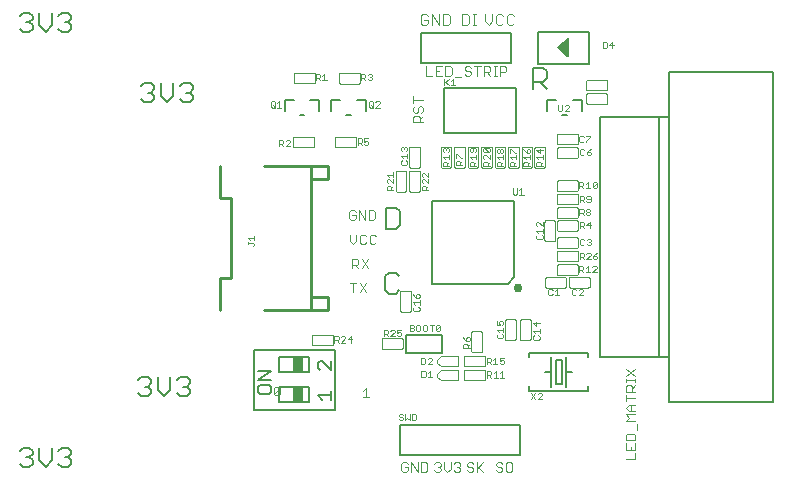
<source format=gbr>
G04 EAGLE Gerber RS-274X export*
G75*
%MOMM*%
%FSLAX34Y34*%
%LPD*%
%INSilkscreen Top*%
%IPPOS*%
%AMOC8*
5,1,8,0,0,1.08239X$1,22.5*%
G01*
%ADD10C,0.076200*%
%ADD11C,0.101600*%
%ADD12C,0.152400*%
%ADD13C,0.254000*%
%ADD14C,0.127000*%
%ADD15C,0.762000*%
%ADD16R,0.635000X1.270000*%

G36*
X92776Y150507D02*
X92776Y150507D01*
X92841Y150509D01*
X92885Y150527D01*
X92932Y150536D01*
X92988Y150569D01*
X93048Y150594D01*
X93084Y150626D01*
X93125Y150651D01*
X93166Y150701D01*
X93214Y150745D01*
X93236Y150788D01*
X93266Y150825D01*
X93287Y150887D01*
X93317Y150945D01*
X93325Y151000D01*
X93338Y151038D01*
X93336Y151077D01*
X93344Y151130D01*
X93344Y166370D01*
X93333Y166434D01*
X93331Y166499D01*
X93313Y166543D01*
X93305Y166591D01*
X93272Y166647D01*
X93247Y166707D01*
X93215Y166743D01*
X93190Y166784D01*
X93140Y166825D01*
X93096Y166873D01*
X93054Y166895D01*
X93016Y166925D01*
X92955Y166946D01*
X92897Y166976D01*
X92849Y166982D01*
X92804Y166997D01*
X92739Y166995D01*
X92674Y167003D01*
X92627Y166992D01*
X92579Y166991D01*
X92519Y166966D01*
X92456Y166951D01*
X92408Y166921D01*
X92372Y166906D01*
X92343Y166880D01*
X92297Y166852D01*
X90795Y165564D01*
X88575Y163661D01*
X86355Y161759D01*
X86355Y161758D01*
X84136Y159856D01*
X84135Y159856D01*
X83407Y159232D01*
X83406Y159230D01*
X83405Y159229D01*
X83333Y159141D01*
X83265Y159058D01*
X83265Y159056D01*
X83264Y159055D01*
X83228Y158947D01*
X83193Y158845D01*
X83193Y158844D01*
X83192Y158842D01*
X83196Y158731D01*
X83199Y158621D01*
X83200Y158620D01*
X83200Y158618D01*
X83241Y158516D01*
X83283Y158413D01*
X83284Y158412D01*
X83285Y158410D01*
X83407Y158268D01*
X92297Y150648D01*
X92353Y150616D01*
X92404Y150575D01*
X92449Y150559D01*
X92491Y150535D01*
X92555Y150524D01*
X92616Y150503D01*
X92664Y150504D01*
X92712Y150496D01*
X92776Y150507D01*
G37*
D10*
X-42756Y-193754D02*
X-44112Y-192398D01*
X-46824Y-192398D01*
X-48179Y-193754D01*
X-48179Y-199177D01*
X-46824Y-200533D01*
X-44112Y-200533D01*
X-42756Y-199177D01*
X-42756Y-196466D01*
X-45468Y-196466D01*
X-39994Y-200533D02*
X-39994Y-192398D01*
X-34570Y-200533D01*
X-34570Y-192398D01*
X-31808Y-192398D02*
X-31808Y-200533D01*
X-27740Y-200533D01*
X-26385Y-199177D01*
X-26385Y-193754D01*
X-27740Y-192398D01*
X-31808Y-192398D01*
X11318Y-192398D02*
X12674Y-193754D01*
X11318Y-192398D02*
X8606Y-192398D01*
X7250Y-193754D01*
X7250Y-195110D01*
X8606Y-196466D01*
X11318Y-196466D01*
X12674Y-197821D01*
X12674Y-199177D01*
X11318Y-200533D01*
X8606Y-200533D01*
X7250Y-199177D01*
X15436Y-200533D02*
X15436Y-192398D01*
X15436Y-197821D02*
X20860Y-192398D01*
X16792Y-196466D02*
X20860Y-200533D01*
X35956Y-192271D02*
X37312Y-193627D01*
X35956Y-192271D02*
X33244Y-192271D01*
X31888Y-193627D01*
X31888Y-194983D01*
X33244Y-196339D01*
X35956Y-196339D01*
X37312Y-197694D01*
X37312Y-199050D01*
X35956Y-200406D01*
X33244Y-200406D01*
X31888Y-199050D01*
X41430Y-192271D02*
X44142Y-192271D01*
X41430Y-192271D02*
X40074Y-193627D01*
X40074Y-199050D01*
X41430Y-200406D01*
X44142Y-200406D01*
X45498Y-199050D01*
X45498Y-193627D01*
X44142Y-192271D01*
X-18884Y-192398D02*
X-20239Y-193754D01*
X-18884Y-192398D02*
X-16172Y-192398D01*
X-14816Y-193754D01*
X-14816Y-195110D01*
X-16172Y-196466D01*
X-17528Y-196466D01*
X-16172Y-196466D02*
X-14816Y-197821D01*
X-14816Y-199177D01*
X-16172Y-200533D01*
X-18884Y-200533D01*
X-20239Y-199177D01*
X-12054Y-197821D02*
X-12054Y-192398D01*
X-12054Y-197821D02*
X-9342Y-200533D01*
X-6630Y-197821D01*
X-6630Y-192398D01*
X-3868Y-193754D02*
X-2512Y-192398D01*
X200Y-192398D01*
X1555Y-193754D01*
X1555Y-195110D01*
X200Y-196466D01*
X-1156Y-196466D01*
X200Y-196466D02*
X1555Y-197821D01*
X1555Y-199177D01*
X200Y-200533D01*
X-2512Y-200533D01*
X-3868Y-199177D01*
D11*
X-89067Y-48006D02*
X-89067Y-40125D01*
X-91694Y-40125D02*
X-86440Y-40125D01*
X-83508Y-40125D02*
X-78254Y-48006D01*
X-83508Y-48006D02*
X-78254Y-40125D01*
X-90043Y-27940D02*
X-90043Y-20059D01*
X-86103Y-20059D01*
X-84789Y-21373D01*
X-84789Y-24000D01*
X-86103Y-25313D01*
X-90043Y-25313D01*
X-87416Y-25313D02*
X-84789Y-27940D01*
X-76603Y-27940D02*
X-81857Y-20059D01*
X-76603Y-20059D02*
X-81857Y-27940D01*
X-91567Y-4866D02*
X-91567Y388D01*
X-91567Y-4866D02*
X-88940Y-7493D01*
X-86313Y-4866D01*
X-86313Y388D01*
X-79441Y388D02*
X-78127Y-926D01*
X-79441Y388D02*
X-82068Y388D01*
X-83381Y-926D01*
X-83381Y-6180D01*
X-82068Y-7493D01*
X-79441Y-7493D01*
X-78127Y-6180D01*
X-71255Y388D02*
X-69942Y-926D01*
X-71255Y388D02*
X-73882Y388D01*
X-75195Y-926D01*
X-75195Y-6180D01*
X-73882Y-7493D01*
X-71255Y-7493D01*
X-69942Y-6180D01*
X-87075Y19775D02*
X-88389Y21089D01*
X-91016Y21089D01*
X-92329Y19775D01*
X-92329Y14521D01*
X-91016Y13208D01*
X-88389Y13208D01*
X-87075Y14521D01*
X-87075Y17148D01*
X-89702Y17148D01*
X-84143Y13208D02*
X-84143Y21089D01*
X-78889Y13208D01*
X-78889Y21089D01*
X-75957Y21089D02*
X-75957Y13208D01*
X-72017Y13208D01*
X-70704Y14521D01*
X-70704Y19775D01*
X-72017Y21089D01*
X-75957Y21089D01*
D10*
X-38107Y95631D02*
X-29972Y95631D01*
X-38107Y95631D02*
X-38107Y99698D01*
X-36751Y101054D01*
X-34039Y101054D01*
X-32684Y99698D01*
X-32684Y95631D01*
X-32684Y98343D02*
X-29972Y101054D01*
X-38107Y107884D02*
X-36751Y109240D01*
X-38107Y107884D02*
X-38107Y105173D01*
X-36751Y103817D01*
X-35395Y103817D01*
X-34039Y105173D01*
X-34039Y107884D01*
X-32684Y109240D01*
X-31328Y109240D01*
X-29972Y107884D01*
X-29972Y105173D01*
X-31328Y103817D01*
X-29972Y114714D02*
X-38107Y114714D01*
X-38107Y112003D02*
X-38107Y117426D01*
D11*
X22479Y180978D02*
X22479Y187079D01*
X22479Y180978D02*
X25530Y177927D01*
X28580Y180978D01*
X28580Y187079D01*
X36410Y187079D02*
X37935Y185554D01*
X36410Y187079D02*
X33359Y187079D01*
X31834Y185554D01*
X31834Y179452D01*
X33359Y177927D01*
X36410Y177927D01*
X37935Y179452D01*
X45765Y187079D02*
X47291Y185554D01*
X45765Y187079D02*
X42715Y187079D01*
X41189Y185554D01*
X41189Y179452D01*
X42715Y177927D01*
X45765Y177927D01*
X47291Y179452D01*
X2667Y177800D02*
X2667Y186952D01*
X2667Y177800D02*
X7243Y177800D01*
X8768Y179325D01*
X8768Y185427D01*
X7243Y186952D01*
X2667Y186952D01*
X12022Y177800D02*
X15073Y177800D01*
X13547Y177800D02*
X13547Y186952D01*
X12022Y186952D02*
X15073Y186952D01*
X-25903Y185427D02*
X-27428Y186952D01*
X-30479Y186952D01*
X-32004Y185427D01*
X-32004Y179325D01*
X-30479Y177800D01*
X-27428Y177800D01*
X-25903Y179325D01*
X-25903Y182376D01*
X-28953Y182376D01*
X-22649Y177800D02*
X-22649Y186952D01*
X-16548Y177800D01*
X-16548Y186952D01*
X-13294Y186952D02*
X-13294Y177800D01*
X-8718Y177800D01*
X-7192Y179325D01*
X-7192Y185427D01*
X-8718Y186952D01*
X-13294Y186952D01*
X-78018Y-129788D02*
X-80391Y-132161D01*
X-78018Y-129788D02*
X-78018Y-136906D01*
X-75646Y-136906D02*
X-80391Y-136906D01*
X-156083Y-134196D02*
X-156083Y-129450D01*
X-154897Y-128264D01*
X-152524Y-128264D01*
X-151338Y-129450D01*
X-151338Y-134196D01*
X-152524Y-135382D01*
X-154897Y-135382D01*
X-156083Y-134196D01*
X-151338Y-129450D01*
D12*
X-268478Y126080D02*
X-265766Y128792D01*
X-260343Y128792D01*
X-257631Y126080D01*
X-257631Y123369D01*
X-260343Y120657D01*
X-263055Y120657D01*
X-260343Y120657D02*
X-257631Y117945D01*
X-257631Y115234D01*
X-260343Y112522D01*
X-265766Y112522D01*
X-268478Y115234D01*
X-252106Y117945D02*
X-252106Y128792D01*
X-252106Y117945D02*
X-246683Y112522D01*
X-241260Y117945D01*
X-241260Y128792D01*
X-235735Y126080D02*
X-233023Y128792D01*
X-227600Y128792D01*
X-224888Y126080D01*
X-224888Y123369D01*
X-227600Y120657D01*
X-230312Y120657D01*
X-227600Y120657D02*
X-224888Y117945D01*
X-224888Y115234D01*
X-227600Y112522D01*
X-233023Y112522D01*
X-235735Y115234D01*
X-268306Y-120128D02*
X-271018Y-122840D01*
X-268306Y-120128D02*
X-262883Y-120128D01*
X-260171Y-122840D01*
X-260171Y-125551D01*
X-262883Y-128263D01*
X-265595Y-128263D01*
X-262883Y-128263D02*
X-260171Y-130975D01*
X-260171Y-133686D01*
X-262883Y-136398D01*
X-268306Y-136398D01*
X-271018Y-133686D01*
X-254646Y-130975D02*
X-254646Y-120128D01*
X-254646Y-130975D02*
X-249223Y-136398D01*
X-243800Y-130975D01*
X-243800Y-120128D01*
X-238275Y-122840D02*
X-235563Y-120128D01*
X-230140Y-120128D01*
X-227428Y-122840D01*
X-227428Y-125551D01*
X-230140Y-128263D01*
X-232852Y-128263D01*
X-230140Y-128263D02*
X-227428Y-130975D01*
X-227428Y-133686D01*
X-230140Y-136398D01*
X-235563Y-136398D01*
X-238275Y-133686D01*
X-368636Y-179818D02*
X-371348Y-182530D01*
X-368636Y-179818D02*
X-363213Y-179818D01*
X-360501Y-182530D01*
X-360501Y-185241D01*
X-363213Y-187953D01*
X-365925Y-187953D01*
X-363213Y-187953D02*
X-360501Y-190665D01*
X-360501Y-193376D01*
X-363213Y-196088D01*
X-368636Y-196088D01*
X-371348Y-193376D01*
X-354976Y-190665D02*
X-354976Y-179818D01*
X-354976Y-190665D02*
X-349553Y-196088D01*
X-344130Y-190665D01*
X-344130Y-179818D01*
X-338605Y-182530D02*
X-335893Y-179818D01*
X-330470Y-179818D01*
X-327758Y-182530D01*
X-327758Y-185241D01*
X-330470Y-187953D01*
X-333182Y-187953D01*
X-330470Y-187953D02*
X-327758Y-190665D01*
X-327758Y-193376D01*
X-330470Y-196088D01*
X-335893Y-196088D01*
X-338605Y-193376D01*
X-371348Y185770D02*
X-368636Y188482D01*
X-363213Y188482D01*
X-360501Y185770D01*
X-360501Y183059D01*
X-363213Y180347D01*
X-365925Y180347D01*
X-363213Y180347D02*
X-360501Y177635D01*
X-360501Y174924D01*
X-363213Y172212D01*
X-368636Y172212D01*
X-371348Y174924D01*
X-354976Y177635D02*
X-354976Y188482D01*
X-354976Y177635D02*
X-349553Y172212D01*
X-344130Y177635D01*
X-344130Y188482D01*
X-338605Y185770D02*
X-335893Y188482D01*
X-330470Y188482D01*
X-327758Y185770D01*
X-327758Y183059D01*
X-330470Y180347D01*
X-333182Y180347D01*
X-330470Y180347D02*
X-327758Y177635D01*
X-327758Y174924D01*
X-330470Y172212D01*
X-335893Y172212D01*
X-338605Y174924D01*
D10*
X73406Y-43180D02*
X73408Y-43249D01*
X73413Y-43317D01*
X73423Y-43385D01*
X73436Y-43453D01*
X73452Y-43520D01*
X73472Y-43586D01*
X73496Y-43650D01*
X73523Y-43713D01*
X73554Y-43775D01*
X73588Y-43835D01*
X73625Y-43893D01*
X73665Y-43949D01*
X73708Y-44002D01*
X73754Y-44053D01*
X73803Y-44102D01*
X73854Y-44148D01*
X73907Y-44191D01*
X73963Y-44231D01*
X74021Y-44268D01*
X74081Y-44302D01*
X74143Y-44333D01*
X74206Y-44360D01*
X74270Y-44384D01*
X74336Y-44404D01*
X74403Y-44420D01*
X74471Y-44433D01*
X74539Y-44443D01*
X74607Y-44448D01*
X74676Y-44450D01*
X73406Y-43180D02*
X73406Y-36830D01*
X73408Y-36761D01*
X73413Y-36693D01*
X73423Y-36625D01*
X73436Y-36557D01*
X73452Y-36490D01*
X73472Y-36424D01*
X73496Y-36360D01*
X73523Y-36297D01*
X73554Y-36235D01*
X73588Y-36175D01*
X73625Y-36117D01*
X73665Y-36061D01*
X73708Y-36008D01*
X73754Y-35957D01*
X73803Y-35908D01*
X73854Y-35862D01*
X73907Y-35819D01*
X73963Y-35779D01*
X74021Y-35742D01*
X74081Y-35708D01*
X74143Y-35677D01*
X74206Y-35650D01*
X74270Y-35626D01*
X74336Y-35606D01*
X74403Y-35590D01*
X74471Y-35577D01*
X74539Y-35567D01*
X74607Y-35562D01*
X74676Y-35560D01*
X89916Y-35560D01*
X89985Y-35562D01*
X90053Y-35567D01*
X90121Y-35577D01*
X90189Y-35590D01*
X90256Y-35606D01*
X90322Y-35626D01*
X90386Y-35650D01*
X90449Y-35677D01*
X90511Y-35708D01*
X90571Y-35742D01*
X90629Y-35779D01*
X90685Y-35819D01*
X90738Y-35862D01*
X90789Y-35908D01*
X90838Y-35957D01*
X90884Y-36008D01*
X90927Y-36061D01*
X90967Y-36117D01*
X91004Y-36175D01*
X91038Y-36235D01*
X91069Y-36297D01*
X91096Y-36360D01*
X91120Y-36424D01*
X91140Y-36490D01*
X91156Y-36557D01*
X91169Y-36625D01*
X91179Y-36693D01*
X91184Y-36761D01*
X91186Y-36830D01*
X91186Y-43180D01*
X91184Y-43249D01*
X91179Y-43317D01*
X91169Y-43385D01*
X91156Y-43453D01*
X91140Y-43520D01*
X91120Y-43586D01*
X91096Y-43650D01*
X91069Y-43713D01*
X91038Y-43775D01*
X91004Y-43835D01*
X90967Y-43893D01*
X90927Y-43949D01*
X90884Y-44002D01*
X90838Y-44053D01*
X90789Y-44102D01*
X90738Y-44148D01*
X90685Y-44191D01*
X90629Y-44231D01*
X90571Y-44268D01*
X90511Y-44302D01*
X90449Y-44333D01*
X90386Y-44360D01*
X90322Y-44384D01*
X90256Y-44404D01*
X90189Y-44420D01*
X90121Y-44433D01*
X90053Y-44443D01*
X89985Y-44448D01*
X89916Y-44450D01*
X74676Y-44450D01*
X78819Y-45334D02*
X79709Y-46224D01*
X78819Y-45334D02*
X77040Y-45334D01*
X76150Y-46224D01*
X76150Y-49783D01*
X77040Y-50673D01*
X78819Y-50673D01*
X79709Y-49783D01*
X81763Y-47114D02*
X83542Y-45334D01*
X83542Y-50673D01*
X81763Y-50673D02*
X85322Y-50673D01*
X80518Y-5207D02*
X80587Y-5205D01*
X80655Y-5200D01*
X80723Y-5190D01*
X80791Y-5177D01*
X80858Y-5161D01*
X80924Y-5141D01*
X80988Y-5117D01*
X81051Y-5090D01*
X81113Y-5059D01*
X81173Y-5025D01*
X81231Y-4988D01*
X81287Y-4948D01*
X81340Y-4905D01*
X81391Y-4859D01*
X81440Y-4810D01*
X81486Y-4759D01*
X81529Y-4706D01*
X81569Y-4650D01*
X81606Y-4592D01*
X81640Y-4532D01*
X81671Y-4470D01*
X81698Y-4407D01*
X81722Y-4343D01*
X81742Y-4277D01*
X81758Y-4210D01*
X81771Y-4142D01*
X81781Y-4074D01*
X81786Y-4006D01*
X81788Y-3937D01*
X80518Y-5207D02*
X74168Y-5207D01*
X74099Y-5205D01*
X74031Y-5200D01*
X73963Y-5190D01*
X73895Y-5177D01*
X73828Y-5161D01*
X73762Y-5141D01*
X73698Y-5117D01*
X73635Y-5090D01*
X73573Y-5059D01*
X73513Y-5025D01*
X73455Y-4988D01*
X73399Y-4948D01*
X73346Y-4905D01*
X73295Y-4859D01*
X73246Y-4810D01*
X73200Y-4759D01*
X73157Y-4706D01*
X73117Y-4650D01*
X73080Y-4592D01*
X73046Y-4532D01*
X73015Y-4470D01*
X72988Y-4407D01*
X72964Y-4343D01*
X72944Y-4277D01*
X72928Y-4210D01*
X72915Y-4142D01*
X72905Y-4074D01*
X72900Y-4006D01*
X72898Y-3937D01*
X72898Y11303D01*
X72900Y11372D01*
X72905Y11440D01*
X72915Y11508D01*
X72928Y11576D01*
X72944Y11643D01*
X72964Y11709D01*
X72988Y11773D01*
X73015Y11836D01*
X73046Y11898D01*
X73080Y11958D01*
X73117Y12016D01*
X73157Y12072D01*
X73200Y12125D01*
X73246Y12176D01*
X73295Y12225D01*
X73346Y12271D01*
X73399Y12314D01*
X73455Y12354D01*
X73513Y12391D01*
X73573Y12425D01*
X73635Y12456D01*
X73698Y12483D01*
X73762Y12507D01*
X73828Y12527D01*
X73895Y12543D01*
X73963Y12556D01*
X74031Y12566D01*
X74099Y12571D01*
X74168Y12573D01*
X80518Y12573D01*
X80587Y12571D01*
X80655Y12566D01*
X80723Y12556D01*
X80791Y12543D01*
X80858Y12527D01*
X80924Y12507D01*
X80988Y12483D01*
X81051Y12456D01*
X81113Y12425D01*
X81173Y12391D01*
X81231Y12354D01*
X81287Y12314D01*
X81340Y12271D01*
X81391Y12225D01*
X81440Y12176D01*
X81486Y12125D01*
X81529Y12072D01*
X81569Y12016D01*
X81606Y11958D01*
X81640Y11898D01*
X81671Y11836D01*
X81698Y11773D01*
X81722Y11709D01*
X81742Y11643D01*
X81758Y11576D01*
X81771Y11508D01*
X81781Y11440D01*
X81786Y11372D01*
X81788Y11303D01*
X81788Y-3937D01*
X66925Y3D02*
X66035Y-887D01*
X66035Y-2666D01*
X66925Y-3556D01*
X70484Y-3556D01*
X71374Y-2666D01*
X71374Y-887D01*
X70484Y3D01*
X67815Y2057D02*
X66035Y3837D01*
X71374Y3837D01*
X71374Y5616D02*
X71374Y2057D01*
X71374Y7670D02*
X71374Y11229D01*
X71374Y7670D02*
X67815Y11229D01*
X66925Y11229D01*
X66035Y10339D01*
X66035Y8560D01*
X66925Y7670D01*
X-40386Y74930D02*
X-40455Y74928D01*
X-40523Y74923D01*
X-40591Y74913D01*
X-40659Y74900D01*
X-40726Y74884D01*
X-40792Y74864D01*
X-40856Y74840D01*
X-40919Y74813D01*
X-40981Y74782D01*
X-41041Y74748D01*
X-41099Y74711D01*
X-41155Y74671D01*
X-41208Y74628D01*
X-41259Y74582D01*
X-41308Y74533D01*
X-41354Y74482D01*
X-41397Y74429D01*
X-41437Y74373D01*
X-41474Y74315D01*
X-41508Y74255D01*
X-41539Y74193D01*
X-41566Y74130D01*
X-41590Y74066D01*
X-41610Y74000D01*
X-41626Y73933D01*
X-41639Y73865D01*
X-41649Y73797D01*
X-41654Y73729D01*
X-41656Y73660D01*
X-40386Y74930D02*
X-34036Y74930D01*
X-33967Y74928D01*
X-33899Y74923D01*
X-33831Y74913D01*
X-33763Y74900D01*
X-33696Y74884D01*
X-33630Y74864D01*
X-33566Y74840D01*
X-33503Y74813D01*
X-33441Y74782D01*
X-33381Y74748D01*
X-33323Y74711D01*
X-33267Y74671D01*
X-33214Y74628D01*
X-33163Y74582D01*
X-33114Y74533D01*
X-33068Y74482D01*
X-33025Y74429D01*
X-32985Y74373D01*
X-32948Y74315D01*
X-32914Y74255D01*
X-32883Y74193D01*
X-32856Y74130D01*
X-32832Y74066D01*
X-32812Y74000D01*
X-32796Y73933D01*
X-32783Y73865D01*
X-32773Y73797D01*
X-32768Y73729D01*
X-32766Y73660D01*
X-32766Y58420D01*
X-32768Y58351D01*
X-32773Y58283D01*
X-32783Y58215D01*
X-32796Y58147D01*
X-32812Y58080D01*
X-32832Y58014D01*
X-32856Y57950D01*
X-32883Y57887D01*
X-32914Y57825D01*
X-32948Y57765D01*
X-32985Y57707D01*
X-33025Y57651D01*
X-33068Y57598D01*
X-33114Y57547D01*
X-33163Y57498D01*
X-33214Y57452D01*
X-33267Y57409D01*
X-33323Y57369D01*
X-33381Y57332D01*
X-33441Y57298D01*
X-33503Y57267D01*
X-33566Y57240D01*
X-33630Y57216D01*
X-33696Y57196D01*
X-33763Y57180D01*
X-33831Y57167D01*
X-33899Y57157D01*
X-33967Y57152D01*
X-34036Y57150D01*
X-40386Y57150D01*
X-40455Y57152D01*
X-40523Y57157D01*
X-40591Y57167D01*
X-40659Y57180D01*
X-40726Y57196D01*
X-40792Y57216D01*
X-40856Y57240D01*
X-40919Y57267D01*
X-40981Y57298D01*
X-41041Y57332D01*
X-41099Y57369D01*
X-41155Y57409D01*
X-41208Y57452D01*
X-41259Y57498D01*
X-41308Y57547D01*
X-41354Y57598D01*
X-41397Y57651D01*
X-41437Y57707D01*
X-41474Y57765D01*
X-41508Y57825D01*
X-41539Y57887D01*
X-41566Y57950D01*
X-41590Y58014D01*
X-41610Y58080D01*
X-41626Y58147D01*
X-41639Y58215D01*
X-41649Y58283D01*
X-41654Y58351D01*
X-41656Y58420D01*
X-41656Y73660D01*
X-48010Y63249D02*
X-48900Y62359D01*
X-48900Y60580D01*
X-48010Y59690D01*
X-44451Y59690D01*
X-43561Y60580D01*
X-43561Y62359D01*
X-44451Y63249D01*
X-47120Y65303D02*
X-48900Y67083D01*
X-43561Y67083D01*
X-43561Y68862D02*
X-43561Y65303D01*
X-48010Y70916D02*
X-48900Y71806D01*
X-48900Y73585D01*
X-48010Y74475D01*
X-47120Y74475D01*
X-46230Y73585D01*
X-46230Y72696D01*
X-46230Y73585D02*
X-45341Y74475D01*
X-44451Y74475D01*
X-43561Y73585D01*
X-43561Y71806D01*
X-44451Y70916D01*
X61214Y-87630D02*
X61212Y-87699D01*
X61207Y-87767D01*
X61197Y-87835D01*
X61184Y-87903D01*
X61168Y-87970D01*
X61148Y-88036D01*
X61124Y-88100D01*
X61097Y-88163D01*
X61066Y-88225D01*
X61032Y-88285D01*
X60995Y-88343D01*
X60955Y-88399D01*
X60912Y-88452D01*
X60866Y-88503D01*
X60817Y-88552D01*
X60766Y-88598D01*
X60713Y-88641D01*
X60657Y-88681D01*
X60599Y-88718D01*
X60539Y-88752D01*
X60477Y-88783D01*
X60414Y-88810D01*
X60350Y-88834D01*
X60284Y-88854D01*
X60217Y-88870D01*
X60149Y-88883D01*
X60081Y-88893D01*
X60013Y-88898D01*
X59944Y-88900D01*
X53594Y-88900D01*
X53525Y-88898D01*
X53457Y-88893D01*
X53389Y-88883D01*
X53321Y-88870D01*
X53254Y-88854D01*
X53188Y-88834D01*
X53124Y-88810D01*
X53061Y-88783D01*
X52999Y-88752D01*
X52939Y-88718D01*
X52881Y-88681D01*
X52825Y-88641D01*
X52772Y-88598D01*
X52721Y-88552D01*
X52672Y-88503D01*
X52626Y-88452D01*
X52583Y-88399D01*
X52543Y-88343D01*
X52506Y-88285D01*
X52472Y-88225D01*
X52441Y-88163D01*
X52414Y-88100D01*
X52390Y-88036D01*
X52370Y-87970D01*
X52354Y-87903D01*
X52341Y-87835D01*
X52331Y-87767D01*
X52326Y-87699D01*
X52324Y-87630D01*
X52324Y-72390D01*
X52326Y-72321D01*
X52331Y-72253D01*
X52341Y-72185D01*
X52354Y-72117D01*
X52370Y-72050D01*
X52390Y-71984D01*
X52414Y-71920D01*
X52441Y-71857D01*
X52472Y-71795D01*
X52506Y-71735D01*
X52543Y-71677D01*
X52583Y-71621D01*
X52626Y-71568D01*
X52672Y-71517D01*
X52721Y-71468D01*
X52772Y-71422D01*
X52825Y-71379D01*
X52881Y-71339D01*
X52939Y-71302D01*
X52999Y-71268D01*
X53061Y-71237D01*
X53124Y-71210D01*
X53188Y-71186D01*
X53254Y-71166D01*
X53321Y-71150D01*
X53389Y-71137D01*
X53457Y-71127D01*
X53525Y-71122D01*
X53594Y-71120D01*
X59944Y-71120D01*
X60013Y-71122D01*
X60081Y-71127D01*
X60149Y-71137D01*
X60217Y-71150D01*
X60284Y-71166D01*
X60350Y-71186D01*
X60414Y-71210D01*
X60477Y-71237D01*
X60539Y-71268D01*
X60599Y-71302D01*
X60657Y-71339D01*
X60713Y-71379D01*
X60766Y-71422D01*
X60817Y-71468D01*
X60866Y-71517D01*
X60912Y-71568D01*
X60955Y-71621D01*
X60995Y-71677D01*
X61032Y-71735D01*
X61066Y-71795D01*
X61097Y-71857D01*
X61124Y-71920D01*
X61148Y-71984D01*
X61168Y-72050D01*
X61184Y-72117D01*
X61197Y-72185D01*
X61207Y-72253D01*
X61212Y-72321D01*
X61214Y-72390D01*
X61214Y-87630D01*
X63368Y-85798D02*
X64258Y-84908D01*
X63368Y-85798D02*
X63368Y-87578D01*
X64258Y-88467D01*
X67817Y-88467D01*
X68707Y-87578D01*
X68707Y-85798D01*
X67817Y-84908D01*
X65148Y-82854D02*
X63368Y-81075D01*
X68707Y-81075D01*
X68707Y-82854D02*
X68707Y-79295D01*
X68707Y-74572D02*
X63368Y-74572D01*
X66038Y-77241D01*
X66038Y-73682D01*
X48514Y-87630D02*
X48512Y-87699D01*
X48507Y-87767D01*
X48497Y-87835D01*
X48484Y-87903D01*
X48468Y-87970D01*
X48448Y-88036D01*
X48424Y-88100D01*
X48397Y-88163D01*
X48366Y-88225D01*
X48332Y-88285D01*
X48295Y-88343D01*
X48255Y-88399D01*
X48212Y-88452D01*
X48166Y-88503D01*
X48117Y-88552D01*
X48066Y-88598D01*
X48013Y-88641D01*
X47957Y-88681D01*
X47899Y-88718D01*
X47839Y-88752D01*
X47777Y-88783D01*
X47714Y-88810D01*
X47650Y-88834D01*
X47584Y-88854D01*
X47517Y-88870D01*
X47449Y-88883D01*
X47381Y-88893D01*
X47313Y-88898D01*
X47244Y-88900D01*
X40894Y-88900D01*
X40825Y-88898D01*
X40757Y-88893D01*
X40689Y-88883D01*
X40621Y-88870D01*
X40554Y-88854D01*
X40488Y-88834D01*
X40424Y-88810D01*
X40361Y-88783D01*
X40299Y-88752D01*
X40239Y-88718D01*
X40181Y-88681D01*
X40125Y-88641D01*
X40072Y-88598D01*
X40021Y-88552D01*
X39972Y-88503D01*
X39926Y-88452D01*
X39883Y-88399D01*
X39843Y-88343D01*
X39806Y-88285D01*
X39772Y-88225D01*
X39741Y-88163D01*
X39714Y-88100D01*
X39690Y-88036D01*
X39670Y-87970D01*
X39654Y-87903D01*
X39641Y-87835D01*
X39631Y-87767D01*
X39626Y-87699D01*
X39624Y-87630D01*
X39624Y-72390D01*
X39626Y-72321D01*
X39631Y-72253D01*
X39641Y-72185D01*
X39654Y-72117D01*
X39670Y-72050D01*
X39690Y-71984D01*
X39714Y-71920D01*
X39741Y-71857D01*
X39772Y-71795D01*
X39806Y-71735D01*
X39843Y-71677D01*
X39883Y-71621D01*
X39926Y-71568D01*
X39972Y-71517D01*
X40021Y-71468D01*
X40072Y-71422D01*
X40125Y-71379D01*
X40181Y-71339D01*
X40239Y-71302D01*
X40299Y-71268D01*
X40361Y-71237D01*
X40424Y-71210D01*
X40488Y-71186D01*
X40554Y-71166D01*
X40621Y-71150D01*
X40689Y-71137D01*
X40757Y-71127D01*
X40825Y-71122D01*
X40894Y-71120D01*
X47244Y-71120D01*
X47313Y-71122D01*
X47381Y-71127D01*
X47449Y-71137D01*
X47517Y-71150D01*
X47584Y-71166D01*
X47650Y-71186D01*
X47714Y-71210D01*
X47777Y-71237D01*
X47839Y-71268D01*
X47899Y-71302D01*
X47957Y-71339D01*
X48013Y-71379D01*
X48066Y-71422D01*
X48117Y-71468D01*
X48166Y-71517D01*
X48212Y-71568D01*
X48255Y-71621D01*
X48295Y-71677D01*
X48332Y-71735D01*
X48366Y-71795D01*
X48397Y-71857D01*
X48424Y-71920D01*
X48448Y-71984D01*
X48468Y-72050D01*
X48484Y-72117D01*
X48497Y-72185D01*
X48507Y-72253D01*
X48512Y-72321D01*
X48514Y-72390D01*
X48514Y-87630D01*
X33524Y-83817D02*
X32634Y-84707D01*
X32634Y-86486D01*
X33524Y-87376D01*
X37083Y-87376D01*
X37973Y-86486D01*
X37973Y-84707D01*
X37083Y-83817D01*
X34414Y-81763D02*
X32634Y-79983D01*
X37973Y-79983D01*
X37973Y-78204D02*
X37973Y-81763D01*
X32634Y-76150D02*
X32634Y-72591D01*
X32634Y-76150D02*
X35304Y-76150D01*
X34414Y-74370D01*
X34414Y-73481D01*
X35304Y-72591D01*
X37083Y-72591D01*
X37973Y-73481D01*
X37973Y-75260D01*
X37083Y-76150D01*
X-40386Y-63500D02*
X-40388Y-63569D01*
X-40393Y-63637D01*
X-40403Y-63705D01*
X-40416Y-63773D01*
X-40432Y-63840D01*
X-40452Y-63906D01*
X-40476Y-63970D01*
X-40503Y-64033D01*
X-40534Y-64095D01*
X-40568Y-64155D01*
X-40605Y-64213D01*
X-40645Y-64269D01*
X-40688Y-64322D01*
X-40734Y-64373D01*
X-40783Y-64422D01*
X-40834Y-64468D01*
X-40887Y-64511D01*
X-40943Y-64551D01*
X-41001Y-64588D01*
X-41061Y-64622D01*
X-41123Y-64653D01*
X-41186Y-64680D01*
X-41250Y-64704D01*
X-41316Y-64724D01*
X-41383Y-64740D01*
X-41451Y-64753D01*
X-41519Y-64763D01*
X-41587Y-64768D01*
X-41656Y-64770D01*
X-48006Y-64770D01*
X-48075Y-64768D01*
X-48143Y-64763D01*
X-48211Y-64753D01*
X-48279Y-64740D01*
X-48346Y-64724D01*
X-48412Y-64704D01*
X-48476Y-64680D01*
X-48539Y-64653D01*
X-48601Y-64622D01*
X-48661Y-64588D01*
X-48719Y-64551D01*
X-48775Y-64511D01*
X-48828Y-64468D01*
X-48879Y-64422D01*
X-48928Y-64373D01*
X-48974Y-64322D01*
X-49017Y-64269D01*
X-49057Y-64213D01*
X-49094Y-64155D01*
X-49128Y-64095D01*
X-49159Y-64033D01*
X-49186Y-63970D01*
X-49210Y-63906D01*
X-49230Y-63840D01*
X-49246Y-63773D01*
X-49259Y-63705D01*
X-49269Y-63637D01*
X-49274Y-63569D01*
X-49276Y-63500D01*
X-49276Y-48260D01*
X-49274Y-48191D01*
X-49269Y-48123D01*
X-49259Y-48055D01*
X-49246Y-47987D01*
X-49230Y-47920D01*
X-49210Y-47854D01*
X-49186Y-47790D01*
X-49159Y-47727D01*
X-49128Y-47665D01*
X-49094Y-47605D01*
X-49057Y-47547D01*
X-49017Y-47491D01*
X-48974Y-47438D01*
X-48928Y-47387D01*
X-48879Y-47338D01*
X-48828Y-47292D01*
X-48775Y-47249D01*
X-48719Y-47209D01*
X-48661Y-47172D01*
X-48601Y-47138D01*
X-48539Y-47107D01*
X-48476Y-47080D01*
X-48412Y-47056D01*
X-48346Y-47036D01*
X-48279Y-47020D01*
X-48211Y-47007D01*
X-48143Y-46997D01*
X-48075Y-46992D01*
X-48006Y-46990D01*
X-41656Y-46990D01*
X-41587Y-46992D01*
X-41519Y-46997D01*
X-41451Y-47007D01*
X-41383Y-47020D01*
X-41316Y-47036D01*
X-41250Y-47056D01*
X-41186Y-47080D01*
X-41123Y-47107D01*
X-41061Y-47138D01*
X-41001Y-47172D01*
X-40943Y-47209D01*
X-40887Y-47249D01*
X-40834Y-47292D01*
X-40783Y-47338D01*
X-40734Y-47387D01*
X-40688Y-47438D01*
X-40645Y-47491D01*
X-40605Y-47547D01*
X-40568Y-47605D01*
X-40534Y-47665D01*
X-40503Y-47727D01*
X-40476Y-47790D01*
X-40452Y-47854D01*
X-40432Y-47920D01*
X-40416Y-47987D01*
X-40403Y-48055D01*
X-40393Y-48123D01*
X-40388Y-48191D01*
X-40386Y-48260D01*
X-40386Y-63500D01*
X-38232Y-61668D02*
X-37342Y-60778D01*
X-38232Y-61668D02*
X-38232Y-63448D01*
X-37342Y-64337D01*
X-33783Y-64337D01*
X-32893Y-63448D01*
X-32893Y-61668D01*
X-33783Y-60778D01*
X-36452Y-58724D02*
X-38232Y-56945D01*
X-32893Y-56945D01*
X-32893Y-58724D02*
X-32893Y-55165D01*
X-37342Y-51332D02*
X-38232Y-49552D01*
X-37342Y-51332D02*
X-35562Y-53111D01*
X-33783Y-53111D01*
X-32893Y-52221D01*
X-32893Y-50442D01*
X-33783Y-49552D01*
X-34673Y-49552D01*
X-35562Y-50442D01*
X-35562Y-53111D01*
X109855Y-35433D02*
X109924Y-35435D01*
X109992Y-35440D01*
X110060Y-35450D01*
X110128Y-35463D01*
X110195Y-35479D01*
X110261Y-35499D01*
X110325Y-35523D01*
X110388Y-35550D01*
X110450Y-35581D01*
X110510Y-35615D01*
X110568Y-35652D01*
X110624Y-35692D01*
X110677Y-35735D01*
X110728Y-35781D01*
X110777Y-35830D01*
X110823Y-35881D01*
X110866Y-35934D01*
X110906Y-35990D01*
X110943Y-36048D01*
X110977Y-36108D01*
X111008Y-36170D01*
X111035Y-36233D01*
X111059Y-36297D01*
X111079Y-36363D01*
X111095Y-36430D01*
X111108Y-36498D01*
X111118Y-36566D01*
X111123Y-36634D01*
X111125Y-36703D01*
X111125Y-43053D01*
X111123Y-43122D01*
X111118Y-43190D01*
X111108Y-43258D01*
X111095Y-43326D01*
X111079Y-43393D01*
X111059Y-43459D01*
X111035Y-43523D01*
X111008Y-43586D01*
X110977Y-43648D01*
X110943Y-43708D01*
X110906Y-43766D01*
X110866Y-43822D01*
X110823Y-43875D01*
X110777Y-43926D01*
X110728Y-43975D01*
X110677Y-44021D01*
X110624Y-44064D01*
X110568Y-44104D01*
X110510Y-44141D01*
X110450Y-44175D01*
X110388Y-44206D01*
X110325Y-44233D01*
X110261Y-44257D01*
X110195Y-44277D01*
X110128Y-44293D01*
X110060Y-44306D01*
X109992Y-44316D01*
X109924Y-44321D01*
X109855Y-44323D01*
X94615Y-44323D01*
X94546Y-44321D01*
X94478Y-44316D01*
X94410Y-44306D01*
X94342Y-44293D01*
X94275Y-44277D01*
X94209Y-44257D01*
X94145Y-44233D01*
X94082Y-44206D01*
X94020Y-44175D01*
X93960Y-44141D01*
X93902Y-44104D01*
X93846Y-44064D01*
X93793Y-44021D01*
X93742Y-43975D01*
X93693Y-43926D01*
X93647Y-43875D01*
X93604Y-43822D01*
X93564Y-43766D01*
X93527Y-43708D01*
X93493Y-43648D01*
X93462Y-43586D01*
X93435Y-43523D01*
X93411Y-43459D01*
X93391Y-43393D01*
X93375Y-43326D01*
X93362Y-43258D01*
X93352Y-43190D01*
X93347Y-43122D01*
X93345Y-43053D01*
X93345Y-36703D01*
X93347Y-36634D01*
X93352Y-36566D01*
X93362Y-36498D01*
X93375Y-36430D01*
X93391Y-36363D01*
X93411Y-36297D01*
X93435Y-36233D01*
X93462Y-36170D01*
X93493Y-36108D01*
X93527Y-36048D01*
X93564Y-35990D01*
X93604Y-35934D01*
X93647Y-35881D01*
X93693Y-35830D01*
X93742Y-35781D01*
X93793Y-35735D01*
X93846Y-35692D01*
X93902Y-35652D01*
X93960Y-35615D01*
X94020Y-35581D01*
X94082Y-35550D01*
X94145Y-35523D01*
X94209Y-35499D01*
X94275Y-35479D01*
X94342Y-35463D01*
X94410Y-35450D01*
X94478Y-35440D01*
X94546Y-35435D01*
X94615Y-35433D01*
X109855Y-35433D01*
X99902Y-46224D02*
X99012Y-45334D01*
X97233Y-45334D01*
X96343Y-46224D01*
X96343Y-49783D01*
X97233Y-50673D01*
X99012Y-50673D01*
X99902Y-49783D01*
X101956Y-50673D02*
X105515Y-50673D01*
X101956Y-50673D02*
X105515Y-47114D01*
X105515Y-46224D01*
X104625Y-45334D01*
X102846Y-45334D01*
X101956Y-46224D01*
X101219Y-3175D02*
X101217Y-3106D01*
X101212Y-3038D01*
X101202Y-2970D01*
X101189Y-2902D01*
X101173Y-2835D01*
X101153Y-2769D01*
X101129Y-2705D01*
X101102Y-2642D01*
X101071Y-2580D01*
X101037Y-2520D01*
X101000Y-2462D01*
X100960Y-2406D01*
X100917Y-2353D01*
X100871Y-2302D01*
X100822Y-2253D01*
X100771Y-2207D01*
X100718Y-2164D01*
X100662Y-2124D01*
X100604Y-2087D01*
X100544Y-2053D01*
X100482Y-2022D01*
X100419Y-1995D01*
X100355Y-1971D01*
X100289Y-1951D01*
X100222Y-1935D01*
X100154Y-1922D01*
X100086Y-1912D01*
X100018Y-1907D01*
X99949Y-1905D01*
X101219Y-3175D02*
X101219Y-9525D01*
X101217Y-9594D01*
X101212Y-9662D01*
X101202Y-9730D01*
X101189Y-9798D01*
X101173Y-9865D01*
X101153Y-9931D01*
X101129Y-9995D01*
X101102Y-10058D01*
X101071Y-10120D01*
X101037Y-10180D01*
X101000Y-10238D01*
X100960Y-10294D01*
X100917Y-10347D01*
X100871Y-10398D01*
X100822Y-10447D01*
X100771Y-10493D01*
X100718Y-10536D01*
X100662Y-10576D01*
X100604Y-10613D01*
X100544Y-10647D01*
X100482Y-10678D01*
X100419Y-10705D01*
X100355Y-10729D01*
X100289Y-10749D01*
X100222Y-10765D01*
X100154Y-10778D01*
X100086Y-10788D01*
X100018Y-10793D01*
X99949Y-10795D01*
X84709Y-10795D01*
X84640Y-10793D01*
X84572Y-10788D01*
X84504Y-10778D01*
X84436Y-10765D01*
X84369Y-10749D01*
X84303Y-10729D01*
X84239Y-10705D01*
X84176Y-10678D01*
X84114Y-10647D01*
X84054Y-10613D01*
X83996Y-10576D01*
X83940Y-10536D01*
X83887Y-10493D01*
X83836Y-10447D01*
X83787Y-10398D01*
X83741Y-10347D01*
X83698Y-10294D01*
X83658Y-10238D01*
X83621Y-10180D01*
X83587Y-10120D01*
X83556Y-10058D01*
X83529Y-9995D01*
X83505Y-9931D01*
X83485Y-9865D01*
X83469Y-9798D01*
X83456Y-9730D01*
X83446Y-9662D01*
X83441Y-9594D01*
X83439Y-9525D01*
X83439Y-3175D01*
X83441Y-3106D01*
X83446Y-3038D01*
X83456Y-2970D01*
X83469Y-2902D01*
X83485Y-2835D01*
X83505Y-2769D01*
X83529Y-2705D01*
X83556Y-2642D01*
X83587Y-2580D01*
X83621Y-2520D01*
X83658Y-2462D01*
X83698Y-2406D01*
X83741Y-2353D01*
X83787Y-2302D01*
X83836Y-2253D01*
X83887Y-2207D01*
X83940Y-2164D01*
X83996Y-2124D01*
X84054Y-2087D01*
X84114Y-2053D01*
X84176Y-2022D01*
X84239Y-1995D01*
X84303Y-1971D01*
X84369Y-1951D01*
X84436Y-1935D01*
X84504Y-1922D01*
X84572Y-1912D01*
X84640Y-1907D01*
X84709Y-1905D01*
X99949Y-1905D01*
X105539Y-3297D02*
X106429Y-4187D01*
X105539Y-3297D02*
X103760Y-3297D01*
X102870Y-4187D01*
X102870Y-7746D01*
X103760Y-8636D01*
X105539Y-8636D01*
X106429Y-7746D01*
X108483Y-4187D02*
X109373Y-3297D01*
X111152Y-3297D01*
X112042Y-4187D01*
X112042Y-5077D01*
X111152Y-5967D01*
X110263Y-5967D01*
X111152Y-5967D02*
X112042Y-6857D01*
X112042Y-7746D01*
X111152Y-8636D01*
X109373Y-8636D01*
X108483Y-7746D01*
X125984Y118745D02*
X125982Y118814D01*
X125977Y118882D01*
X125967Y118950D01*
X125954Y119018D01*
X125938Y119085D01*
X125918Y119151D01*
X125894Y119215D01*
X125867Y119278D01*
X125836Y119340D01*
X125802Y119400D01*
X125765Y119458D01*
X125725Y119514D01*
X125682Y119567D01*
X125636Y119618D01*
X125587Y119667D01*
X125536Y119713D01*
X125483Y119756D01*
X125427Y119796D01*
X125369Y119833D01*
X125309Y119867D01*
X125247Y119898D01*
X125184Y119925D01*
X125120Y119949D01*
X125054Y119969D01*
X124987Y119985D01*
X124919Y119998D01*
X124851Y120008D01*
X124783Y120013D01*
X124714Y120015D01*
X125984Y118745D02*
X125984Y112395D01*
X125982Y112326D01*
X125977Y112258D01*
X125967Y112190D01*
X125954Y112122D01*
X125938Y112055D01*
X125918Y111989D01*
X125894Y111925D01*
X125867Y111862D01*
X125836Y111800D01*
X125802Y111740D01*
X125765Y111682D01*
X125725Y111626D01*
X125682Y111573D01*
X125636Y111522D01*
X125587Y111473D01*
X125536Y111427D01*
X125483Y111384D01*
X125427Y111344D01*
X125369Y111307D01*
X125309Y111273D01*
X125247Y111242D01*
X125184Y111215D01*
X125120Y111191D01*
X125054Y111171D01*
X124987Y111155D01*
X124919Y111142D01*
X124851Y111132D01*
X124783Y111127D01*
X124714Y111125D01*
X109474Y111125D01*
X109405Y111127D01*
X109337Y111132D01*
X109269Y111142D01*
X109201Y111155D01*
X109134Y111171D01*
X109068Y111191D01*
X109004Y111215D01*
X108941Y111242D01*
X108879Y111273D01*
X108819Y111307D01*
X108761Y111344D01*
X108705Y111384D01*
X108652Y111427D01*
X108601Y111473D01*
X108552Y111522D01*
X108506Y111573D01*
X108463Y111626D01*
X108423Y111682D01*
X108386Y111740D01*
X108352Y111800D01*
X108321Y111862D01*
X108294Y111925D01*
X108270Y111989D01*
X108250Y112055D01*
X108234Y112122D01*
X108221Y112190D01*
X108211Y112258D01*
X108206Y112326D01*
X108204Y112395D01*
X108204Y118745D01*
X108206Y118814D01*
X108211Y118882D01*
X108221Y118950D01*
X108234Y119018D01*
X108250Y119085D01*
X108270Y119151D01*
X108294Y119215D01*
X108321Y119278D01*
X108352Y119340D01*
X108386Y119400D01*
X108423Y119458D01*
X108463Y119514D01*
X108506Y119567D01*
X108552Y119618D01*
X108601Y119667D01*
X108652Y119713D01*
X108705Y119756D01*
X108761Y119796D01*
X108819Y119833D01*
X108879Y119867D01*
X108941Y119898D01*
X109004Y119925D01*
X109068Y119949D01*
X109134Y119969D01*
X109201Y119985D01*
X109269Y119998D01*
X109337Y120008D01*
X109405Y120013D01*
X109474Y120015D01*
X124714Y120015D01*
X125984Y130175D02*
X125982Y130244D01*
X125977Y130312D01*
X125967Y130380D01*
X125954Y130448D01*
X125938Y130515D01*
X125918Y130581D01*
X125894Y130645D01*
X125867Y130708D01*
X125836Y130770D01*
X125802Y130830D01*
X125765Y130888D01*
X125725Y130944D01*
X125682Y130997D01*
X125636Y131048D01*
X125587Y131097D01*
X125536Y131143D01*
X125483Y131186D01*
X125427Y131226D01*
X125369Y131263D01*
X125309Y131297D01*
X125247Y131328D01*
X125184Y131355D01*
X125120Y131379D01*
X125054Y131399D01*
X124987Y131415D01*
X124919Y131428D01*
X124851Y131438D01*
X124783Y131443D01*
X124714Y131445D01*
X125984Y130175D02*
X125984Y123825D01*
X125982Y123756D01*
X125977Y123688D01*
X125967Y123620D01*
X125954Y123552D01*
X125938Y123485D01*
X125918Y123419D01*
X125894Y123355D01*
X125867Y123292D01*
X125836Y123230D01*
X125802Y123170D01*
X125765Y123112D01*
X125725Y123056D01*
X125682Y123003D01*
X125636Y122952D01*
X125587Y122903D01*
X125536Y122857D01*
X125483Y122814D01*
X125427Y122774D01*
X125369Y122737D01*
X125309Y122703D01*
X125247Y122672D01*
X125184Y122645D01*
X125120Y122621D01*
X125054Y122601D01*
X124987Y122585D01*
X124919Y122572D01*
X124851Y122562D01*
X124783Y122557D01*
X124714Y122555D01*
X109474Y122555D01*
X109405Y122557D01*
X109337Y122562D01*
X109269Y122572D01*
X109201Y122585D01*
X109134Y122601D01*
X109068Y122621D01*
X109004Y122645D01*
X108941Y122672D01*
X108879Y122703D01*
X108819Y122737D01*
X108761Y122774D01*
X108705Y122814D01*
X108652Y122857D01*
X108601Y122903D01*
X108552Y122952D01*
X108506Y123003D01*
X108463Y123056D01*
X108423Y123112D01*
X108386Y123170D01*
X108352Y123230D01*
X108321Y123292D01*
X108294Y123355D01*
X108270Y123419D01*
X108250Y123485D01*
X108234Y123552D01*
X108221Y123620D01*
X108211Y123688D01*
X108206Y123756D01*
X108204Y123825D01*
X108204Y130175D01*
X108206Y130244D01*
X108211Y130312D01*
X108221Y130380D01*
X108234Y130448D01*
X108250Y130515D01*
X108270Y130581D01*
X108294Y130645D01*
X108321Y130708D01*
X108352Y130770D01*
X108386Y130830D01*
X108423Y130888D01*
X108463Y130944D01*
X108506Y130997D01*
X108552Y131048D01*
X108601Y131097D01*
X108652Y131143D01*
X108705Y131186D01*
X108761Y131226D01*
X108819Y131263D01*
X108879Y131297D01*
X108941Y131328D01*
X109004Y131355D01*
X109068Y131379D01*
X109134Y131399D01*
X109201Y131415D01*
X109269Y131428D01*
X109337Y131438D01*
X109405Y131443D01*
X109474Y131445D01*
X124714Y131445D01*
X83439Y66675D02*
X83441Y66606D01*
X83446Y66538D01*
X83456Y66470D01*
X83469Y66402D01*
X83485Y66335D01*
X83505Y66269D01*
X83529Y66205D01*
X83556Y66142D01*
X83587Y66080D01*
X83621Y66020D01*
X83658Y65962D01*
X83698Y65906D01*
X83741Y65853D01*
X83787Y65802D01*
X83836Y65753D01*
X83887Y65707D01*
X83940Y65664D01*
X83996Y65624D01*
X84054Y65587D01*
X84114Y65553D01*
X84176Y65522D01*
X84239Y65495D01*
X84303Y65471D01*
X84369Y65451D01*
X84436Y65435D01*
X84504Y65422D01*
X84572Y65412D01*
X84640Y65407D01*
X84709Y65405D01*
X83439Y66675D02*
X83439Y73025D01*
X83441Y73094D01*
X83446Y73162D01*
X83456Y73230D01*
X83469Y73298D01*
X83485Y73365D01*
X83505Y73431D01*
X83529Y73495D01*
X83556Y73558D01*
X83587Y73620D01*
X83621Y73680D01*
X83658Y73738D01*
X83698Y73794D01*
X83741Y73847D01*
X83787Y73898D01*
X83836Y73947D01*
X83887Y73993D01*
X83940Y74036D01*
X83996Y74076D01*
X84054Y74113D01*
X84114Y74147D01*
X84176Y74178D01*
X84239Y74205D01*
X84303Y74229D01*
X84369Y74249D01*
X84436Y74265D01*
X84504Y74278D01*
X84572Y74288D01*
X84640Y74293D01*
X84709Y74295D01*
X99949Y74295D01*
X100018Y74293D01*
X100086Y74288D01*
X100154Y74278D01*
X100222Y74265D01*
X100289Y74249D01*
X100355Y74229D01*
X100419Y74205D01*
X100482Y74178D01*
X100544Y74147D01*
X100604Y74113D01*
X100662Y74076D01*
X100718Y74036D01*
X100771Y73993D01*
X100822Y73947D01*
X100871Y73898D01*
X100917Y73847D01*
X100960Y73794D01*
X101000Y73738D01*
X101037Y73680D01*
X101071Y73620D01*
X101102Y73558D01*
X101129Y73495D01*
X101153Y73431D01*
X101173Y73365D01*
X101189Y73298D01*
X101202Y73230D01*
X101212Y73162D01*
X101217Y73094D01*
X101219Y73025D01*
X101219Y66675D01*
X101217Y66606D01*
X101212Y66538D01*
X101202Y66470D01*
X101189Y66402D01*
X101173Y66335D01*
X101153Y66269D01*
X101129Y66205D01*
X101102Y66142D01*
X101071Y66080D01*
X101037Y66020D01*
X101000Y65962D01*
X100960Y65906D01*
X100917Y65853D01*
X100871Y65802D01*
X100822Y65753D01*
X100771Y65707D01*
X100718Y65664D01*
X100662Y65624D01*
X100604Y65587D01*
X100544Y65553D01*
X100482Y65522D01*
X100419Y65495D01*
X100355Y65471D01*
X100289Y65451D01*
X100222Y65435D01*
X100154Y65422D01*
X100086Y65412D01*
X100018Y65407D01*
X99949Y65405D01*
X84709Y65405D01*
X105539Y72903D02*
X106429Y72013D01*
X105539Y72903D02*
X103760Y72903D01*
X102870Y72013D01*
X102870Y68454D01*
X103760Y67564D01*
X105539Y67564D01*
X106429Y68454D01*
X110263Y72013D02*
X112042Y72903D01*
X110263Y72013D02*
X108483Y70233D01*
X108483Y68454D01*
X109373Y67564D01*
X111152Y67564D01*
X112042Y68454D01*
X112042Y69344D01*
X111152Y70233D01*
X108483Y70233D01*
X84709Y76835D02*
X84640Y76837D01*
X84572Y76842D01*
X84504Y76852D01*
X84436Y76865D01*
X84369Y76881D01*
X84303Y76901D01*
X84239Y76925D01*
X84176Y76952D01*
X84114Y76983D01*
X84054Y77017D01*
X83996Y77054D01*
X83940Y77094D01*
X83887Y77137D01*
X83836Y77183D01*
X83787Y77232D01*
X83741Y77283D01*
X83698Y77336D01*
X83658Y77392D01*
X83621Y77450D01*
X83587Y77510D01*
X83556Y77572D01*
X83529Y77635D01*
X83505Y77699D01*
X83485Y77765D01*
X83469Y77832D01*
X83456Y77900D01*
X83446Y77968D01*
X83441Y78036D01*
X83439Y78105D01*
X83439Y84455D01*
X83441Y84524D01*
X83446Y84592D01*
X83456Y84660D01*
X83469Y84728D01*
X83485Y84795D01*
X83505Y84861D01*
X83529Y84925D01*
X83556Y84988D01*
X83587Y85050D01*
X83621Y85110D01*
X83658Y85168D01*
X83698Y85224D01*
X83741Y85277D01*
X83787Y85328D01*
X83836Y85377D01*
X83887Y85423D01*
X83940Y85466D01*
X83996Y85506D01*
X84054Y85543D01*
X84114Y85577D01*
X84176Y85608D01*
X84239Y85635D01*
X84303Y85659D01*
X84369Y85679D01*
X84436Y85695D01*
X84504Y85708D01*
X84572Y85718D01*
X84640Y85723D01*
X84709Y85725D01*
X99949Y85725D01*
X100018Y85723D01*
X100086Y85718D01*
X100154Y85708D01*
X100222Y85695D01*
X100289Y85679D01*
X100355Y85659D01*
X100419Y85635D01*
X100482Y85608D01*
X100544Y85577D01*
X100604Y85543D01*
X100662Y85506D01*
X100718Y85466D01*
X100771Y85423D01*
X100822Y85377D01*
X100871Y85328D01*
X100917Y85277D01*
X100960Y85224D01*
X101000Y85168D01*
X101037Y85110D01*
X101071Y85050D01*
X101102Y84988D01*
X101129Y84925D01*
X101153Y84861D01*
X101173Y84795D01*
X101189Y84728D01*
X101202Y84660D01*
X101212Y84592D01*
X101217Y84524D01*
X101219Y84455D01*
X101219Y78105D01*
X101217Y78036D01*
X101212Y77968D01*
X101202Y77900D01*
X101189Y77832D01*
X101173Y77765D01*
X101153Y77699D01*
X101129Y77635D01*
X101102Y77572D01*
X101071Y77510D01*
X101037Y77450D01*
X101000Y77392D01*
X100960Y77336D01*
X100917Y77283D01*
X100871Y77232D01*
X100822Y77183D01*
X100771Y77137D01*
X100718Y77094D01*
X100662Y77054D01*
X100604Y77017D01*
X100544Y76983D01*
X100482Y76952D01*
X100419Y76925D01*
X100355Y76901D01*
X100289Y76881D01*
X100222Y76865D01*
X100154Y76852D01*
X100086Y76842D01*
X100018Y76837D01*
X99949Y76835D01*
X84709Y76835D01*
X105158Y84206D02*
X106048Y83316D01*
X105158Y84206D02*
X103379Y84206D01*
X102489Y83316D01*
X102489Y79757D01*
X103379Y78867D01*
X105158Y78867D01*
X106048Y79757D01*
X108102Y84206D02*
X111661Y84206D01*
X111661Y83316D01*
X108102Y79757D01*
X108102Y78867D01*
X-1524Y-114046D02*
X-1455Y-114048D01*
X-1387Y-114053D01*
X-1319Y-114063D01*
X-1251Y-114076D01*
X-1184Y-114092D01*
X-1118Y-114112D01*
X-1054Y-114136D01*
X-991Y-114163D01*
X-929Y-114194D01*
X-869Y-114228D01*
X-811Y-114265D01*
X-755Y-114305D01*
X-702Y-114348D01*
X-651Y-114394D01*
X-602Y-114443D01*
X-556Y-114494D01*
X-513Y-114547D01*
X-473Y-114603D01*
X-436Y-114661D01*
X-402Y-114721D01*
X-371Y-114783D01*
X-344Y-114846D01*
X-320Y-114910D01*
X-300Y-114976D01*
X-284Y-115043D01*
X-271Y-115111D01*
X-261Y-115179D01*
X-256Y-115247D01*
X-254Y-115316D01*
X-254Y-121666D01*
X-256Y-121735D01*
X-261Y-121803D01*
X-271Y-121871D01*
X-284Y-121939D01*
X-300Y-122006D01*
X-320Y-122072D01*
X-344Y-122136D01*
X-371Y-122199D01*
X-402Y-122261D01*
X-436Y-122321D01*
X-473Y-122379D01*
X-513Y-122435D01*
X-556Y-122488D01*
X-602Y-122539D01*
X-651Y-122588D01*
X-702Y-122634D01*
X-755Y-122677D01*
X-811Y-122717D01*
X-869Y-122754D01*
X-929Y-122788D01*
X-991Y-122819D01*
X-1054Y-122846D01*
X-1118Y-122870D01*
X-1184Y-122890D01*
X-1251Y-122906D01*
X-1319Y-122919D01*
X-1387Y-122929D01*
X-1455Y-122934D01*
X-1524Y-122936D01*
X-14859Y-122936D01*
X-18034Y-119761D01*
X-18034Y-117221D01*
X-14859Y-114046D01*
X-1524Y-114046D01*
X-31292Y-114930D02*
X-31292Y-120269D01*
X-28623Y-120269D01*
X-27733Y-119379D01*
X-27733Y-115820D01*
X-28623Y-114930D01*
X-31292Y-114930D01*
X-25679Y-116710D02*
X-23900Y-114930D01*
X-23900Y-120269D01*
X-25679Y-120269D02*
X-22120Y-120269D01*
X-1651Y-102235D02*
X-1582Y-102237D01*
X-1514Y-102242D01*
X-1446Y-102252D01*
X-1378Y-102265D01*
X-1311Y-102281D01*
X-1245Y-102301D01*
X-1181Y-102325D01*
X-1118Y-102352D01*
X-1056Y-102383D01*
X-996Y-102417D01*
X-938Y-102454D01*
X-882Y-102494D01*
X-829Y-102537D01*
X-778Y-102583D01*
X-729Y-102632D01*
X-683Y-102683D01*
X-640Y-102736D01*
X-600Y-102792D01*
X-563Y-102850D01*
X-529Y-102910D01*
X-498Y-102972D01*
X-471Y-103035D01*
X-447Y-103099D01*
X-427Y-103165D01*
X-411Y-103232D01*
X-398Y-103300D01*
X-388Y-103368D01*
X-383Y-103436D01*
X-381Y-103505D01*
X-381Y-109855D01*
X-383Y-109924D01*
X-388Y-109992D01*
X-398Y-110060D01*
X-411Y-110128D01*
X-427Y-110195D01*
X-447Y-110261D01*
X-471Y-110325D01*
X-498Y-110388D01*
X-529Y-110450D01*
X-563Y-110510D01*
X-600Y-110568D01*
X-640Y-110624D01*
X-683Y-110677D01*
X-729Y-110728D01*
X-778Y-110777D01*
X-829Y-110823D01*
X-882Y-110866D01*
X-938Y-110906D01*
X-996Y-110943D01*
X-1056Y-110977D01*
X-1118Y-111008D01*
X-1181Y-111035D01*
X-1245Y-111059D01*
X-1311Y-111079D01*
X-1378Y-111095D01*
X-1446Y-111108D01*
X-1514Y-111118D01*
X-1582Y-111123D01*
X-1651Y-111125D01*
X-14986Y-111125D01*
X-18161Y-107950D01*
X-18161Y-105410D01*
X-14986Y-102235D01*
X-1651Y-102235D01*
X-31419Y-104008D02*
X-31419Y-109347D01*
X-28750Y-109347D01*
X-27860Y-108457D01*
X-27860Y-104898D01*
X-28750Y-104008D01*
X-31419Y-104008D01*
X-25806Y-109347D02*
X-22247Y-109347D01*
X-25806Y-109347D02*
X-22247Y-105788D01*
X-22247Y-104898D01*
X-23137Y-104008D01*
X-24916Y-104008D01*
X-25806Y-104898D01*
D13*
X-125109Y-63286D02*
X-125109Y-52286D01*
X-125109Y47714D02*
X-125109Y58714D01*
X-202109Y-36286D02*
X-202109Y-63286D01*
X-202109Y31714D02*
X-202109Y58714D01*
X-125109Y-63286D02*
X-110109Y-63286D01*
X-110109Y-52286D01*
X-125109Y-52286D01*
X-125109Y47714D01*
X-110109Y47714D01*
X-110109Y58714D01*
X-125109Y58714D01*
X-125109Y-63286D02*
X-164759Y-63286D01*
X-164759Y58714D02*
X-125109Y58714D01*
X-192109Y-36286D02*
X-202109Y-36286D01*
X-192109Y-36286D02*
X-192109Y31714D01*
X-202109Y31714D01*
D10*
X-172720Y-8635D02*
X-173610Y-9525D01*
X-172720Y-8635D02*
X-172720Y-7746D01*
X-173610Y-6856D01*
X-178059Y-6856D01*
X-178059Y-7746D02*
X-178059Y-5966D01*
X-176279Y-3912D02*
X-178059Y-2132D01*
X-172720Y-2132D01*
X-172720Y-353D02*
X-172720Y-3912D01*
D14*
X-134366Y101600D02*
X-130556Y101600D01*
X-117856Y105410D02*
X-117856Y114300D01*
X-125476Y114300D01*
X-139446Y114300D02*
X-147066Y114300D01*
X-147066Y105410D01*
D10*
X-159004Y108967D02*
X-159004Y112526D01*
X-158114Y113416D01*
X-156335Y113416D01*
X-155445Y112526D01*
X-155445Y108967D01*
X-156335Y108077D01*
X-158114Y108077D01*
X-159004Y108967D01*
X-157225Y109857D02*
X-155445Y108077D01*
X-153391Y111636D02*
X-151611Y113416D01*
X-151611Y108077D01*
X-149832Y108077D02*
X-153391Y108077D01*
D14*
X-94996Y101600D02*
X-91186Y101600D01*
X-78486Y105410D02*
X-78486Y114300D01*
X-86106Y114300D01*
X-100076Y114300D02*
X-107696Y114300D01*
X-107696Y105410D01*
D10*
X-75819Y108967D02*
X-75819Y112526D01*
X-74929Y113416D01*
X-73150Y113416D01*
X-72260Y112526D01*
X-72260Y108967D01*
X-73150Y108077D01*
X-74929Y108077D01*
X-75819Y108967D01*
X-74040Y109857D02*
X-72260Y108077D01*
X-70206Y108077D02*
X-66647Y108077D01*
X-70206Y108077D02*
X-66647Y111636D01*
X-66647Y112526D01*
X-67537Y113416D01*
X-69316Y113416D01*
X-70206Y112526D01*
X-121539Y136144D02*
X-121541Y136213D01*
X-121546Y136281D01*
X-121556Y136349D01*
X-121569Y136417D01*
X-121585Y136484D01*
X-121605Y136550D01*
X-121629Y136614D01*
X-121656Y136677D01*
X-121687Y136739D01*
X-121721Y136799D01*
X-121758Y136857D01*
X-121798Y136913D01*
X-121841Y136966D01*
X-121887Y137017D01*
X-121936Y137066D01*
X-121987Y137112D01*
X-122040Y137155D01*
X-122096Y137195D01*
X-122154Y137232D01*
X-122214Y137266D01*
X-122276Y137297D01*
X-122339Y137324D01*
X-122403Y137348D01*
X-122469Y137368D01*
X-122536Y137384D01*
X-122604Y137397D01*
X-122672Y137407D01*
X-122740Y137412D01*
X-122809Y137414D01*
X-121539Y136144D02*
X-121539Y129794D01*
X-121541Y129725D01*
X-121546Y129657D01*
X-121556Y129589D01*
X-121569Y129521D01*
X-121585Y129454D01*
X-121605Y129388D01*
X-121629Y129324D01*
X-121656Y129261D01*
X-121687Y129199D01*
X-121721Y129139D01*
X-121758Y129081D01*
X-121798Y129025D01*
X-121841Y128972D01*
X-121887Y128921D01*
X-121936Y128872D01*
X-121987Y128826D01*
X-122040Y128783D01*
X-122096Y128743D01*
X-122154Y128706D01*
X-122214Y128672D01*
X-122276Y128641D01*
X-122339Y128614D01*
X-122403Y128590D01*
X-122469Y128570D01*
X-122536Y128554D01*
X-122604Y128541D01*
X-122672Y128531D01*
X-122740Y128526D01*
X-122809Y128524D01*
X-138049Y128524D01*
X-138118Y128526D01*
X-138186Y128531D01*
X-138254Y128541D01*
X-138322Y128554D01*
X-138389Y128570D01*
X-138455Y128590D01*
X-138519Y128614D01*
X-138582Y128641D01*
X-138644Y128672D01*
X-138704Y128706D01*
X-138762Y128743D01*
X-138818Y128783D01*
X-138871Y128826D01*
X-138922Y128872D01*
X-138971Y128921D01*
X-139017Y128972D01*
X-139060Y129025D01*
X-139100Y129081D01*
X-139137Y129139D01*
X-139171Y129199D01*
X-139202Y129261D01*
X-139229Y129324D01*
X-139253Y129388D01*
X-139273Y129454D01*
X-139289Y129521D01*
X-139302Y129589D01*
X-139312Y129657D01*
X-139317Y129725D01*
X-139319Y129794D01*
X-139319Y136144D01*
X-139317Y136213D01*
X-139312Y136281D01*
X-139302Y136349D01*
X-139289Y136417D01*
X-139273Y136484D01*
X-139253Y136550D01*
X-139229Y136614D01*
X-139202Y136677D01*
X-139171Y136739D01*
X-139137Y136799D01*
X-139100Y136857D01*
X-139060Y136913D01*
X-139017Y136966D01*
X-138971Y137017D01*
X-138922Y137066D01*
X-138871Y137112D01*
X-138818Y137155D01*
X-138762Y137195D01*
X-138704Y137232D01*
X-138644Y137266D01*
X-138582Y137297D01*
X-138519Y137324D01*
X-138455Y137348D01*
X-138389Y137368D01*
X-138322Y137384D01*
X-138254Y137397D01*
X-138186Y137407D01*
X-138118Y137412D01*
X-138049Y137414D01*
X-122809Y137414D01*
X-120777Y136530D02*
X-120777Y131191D01*
X-120777Y136530D02*
X-118108Y136530D01*
X-117218Y135640D01*
X-117218Y133860D01*
X-118108Y132971D01*
X-120777Y132971D01*
X-118998Y132971D02*
X-117218Y131191D01*
X-115164Y134750D02*
X-113384Y136530D01*
X-113384Y131191D01*
X-111605Y131191D02*
X-115164Y131191D01*
X4826Y-121666D02*
X4828Y-121735D01*
X4833Y-121803D01*
X4843Y-121871D01*
X4856Y-121939D01*
X4872Y-122006D01*
X4892Y-122072D01*
X4916Y-122136D01*
X4943Y-122199D01*
X4974Y-122261D01*
X5008Y-122321D01*
X5045Y-122379D01*
X5085Y-122435D01*
X5128Y-122488D01*
X5174Y-122539D01*
X5223Y-122588D01*
X5274Y-122634D01*
X5327Y-122677D01*
X5383Y-122717D01*
X5441Y-122754D01*
X5501Y-122788D01*
X5563Y-122819D01*
X5626Y-122846D01*
X5690Y-122870D01*
X5756Y-122890D01*
X5823Y-122906D01*
X5891Y-122919D01*
X5959Y-122929D01*
X6027Y-122934D01*
X6096Y-122936D01*
X4826Y-121666D02*
X4826Y-115316D01*
X4828Y-115247D01*
X4833Y-115179D01*
X4843Y-115111D01*
X4856Y-115043D01*
X4872Y-114976D01*
X4892Y-114910D01*
X4916Y-114846D01*
X4943Y-114783D01*
X4974Y-114721D01*
X5008Y-114661D01*
X5045Y-114603D01*
X5085Y-114547D01*
X5128Y-114494D01*
X5174Y-114443D01*
X5223Y-114394D01*
X5274Y-114348D01*
X5327Y-114305D01*
X5383Y-114265D01*
X5441Y-114228D01*
X5501Y-114194D01*
X5563Y-114163D01*
X5626Y-114136D01*
X5690Y-114112D01*
X5756Y-114092D01*
X5823Y-114076D01*
X5891Y-114063D01*
X5959Y-114053D01*
X6027Y-114048D01*
X6096Y-114046D01*
X21336Y-114046D01*
X21405Y-114048D01*
X21473Y-114053D01*
X21541Y-114063D01*
X21609Y-114076D01*
X21676Y-114092D01*
X21742Y-114112D01*
X21806Y-114136D01*
X21869Y-114163D01*
X21931Y-114194D01*
X21991Y-114228D01*
X22049Y-114265D01*
X22105Y-114305D01*
X22158Y-114348D01*
X22209Y-114394D01*
X22258Y-114443D01*
X22304Y-114494D01*
X22347Y-114547D01*
X22387Y-114603D01*
X22424Y-114661D01*
X22458Y-114721D01*
X22489Y-114783D01*
X22516Y-114846D01*
X22540Y-114910D01*
X22560Y-114976D01*
X22576Y-115043D01*
X22589Y-115111D01*
X22599Y-115179D01*
X22604Y-115247D01*
X22606Y-115316D01*
X22606Y-121666D01*
X22604Y-121735D01*
X22599Y-121803D01*
X22589Y-121871D01*
X22576Y-121939D01*
X22560Y-122006D01*
X22540Y-122072D01*
X22516Y-122136D01*
X22489Y-122199D01*
X22458Y-122261D01*
X22424Y-122321D01*
X22387Y-122379D01*
X22347Y-122435D01*
X22304Y-122488D01*
X22258Y-122539D01*
X22209Y-122588D01*
X22158Y-122634D01*
X22105Y-122677D01*
X22049Y-122717D01*
X21991Y-122754D01*
X21931Y-122788D01*
X21869Y-122819D01*
X21806Y-122846D01*
X21742Y-122870D01*
X21676Y-122890D01*
X21609Y-122906D01*
X21541Y-122919D01*
X21473Y-122929D01*
X21405Y-122934D01*
X21336Y-122936D01*
X6096Y-122936D01*
X24130Y-120523D02*
X24130Y-115184D01*
X26799Y-115184D01*
X27689Y-116074D01*
X27689Y-117854D01*
X26799Y-118744D01*
X24130Y-118744D01*
X25910Y-118744D02*
X27689Y-120523D01*
X29743Y-116964D02*
X31523Y-115184D01*
X31523Y-120523D01*
X33302Y-120523D02*
X29743Y-120523D01*
X35356Y-116964D02*
X37136Y-115184D01*
X37136Y-120523D01*
X38915Y-120523D02*
X35356Y-120523D01*
X101219Y-26035D02*
X101217Y-25966D01*
X101212Y-25898D01*
X101202Y-25830D01*
X101189Y-25762D01*
X101173Y-25695D01*
X101153Y-25629D01*
X101129Y-25565D01*
X101102Y-25502D01*
X101071Y-25440D01*
X101037Y-25380D01*
X101000Y-25322D01*
X100960Y-25266D01*
X100917Y-25213D01*
X100871Y-25162D01*
X100822Y-25113D01*
X100771Y-25067D01*
X100718Y-25024D01*
X100662Y-24984D01*
X100604Y-24947D01*
X100544Y-24913D01*
X100482Y-24882D01*
X100419Y-24855D01*
X100355Y-24831D01*
X100289Y-24811D01*
X100222Y-24795D01*
X100154Y-24782D01*
X100086Y-24772D01*
X100018Y-24767D01*
X99949Y-24765D01*
X101219Y-26035D02*
X101219Y-32385D01*
X101217Y-32454D01*
X101212Y-32522D01*
X101202Y-32590D01*
X101189Y-32658D01*
X101173Y-32725D01*
X101153Y-32791D01*
X101129Y-32855D01*
X101102Y-32918D01*
X101071Y-32980D01*
X101037Y-33040D01*
X101000Y-33098D01*
X100960Y-33154D01*
X100917Y-33207D01*
X100871Y-33258D01*
X100822Y-33307D01*
X100771Y-33353D01*
X100718Y-33396D01*
X100662Y-33436D01*
X100604Y-33473D01*
X100544Y-33507D01*
X100482Y-33538D01*
X100419Y-33565D01*
X100355Y-33589D01*
X100289Y-33609D01*
X100222Y-33625D01*
X100154Y-33638D01*
X100086Y-33648D01*
X100018Y-33653D01*
X99949Y-33655D01*
X84709Y-33655D01*
X84640Y-33653D01*
X84572Y-33648D01*
X84504Y-33638D01*
X84436Y-33625D01*
X84369Y-33609D01*
X84303Y-33589D01*
X84239Y-33565D01*
X84176Y-33538D01*
X84114Y-33507D01*
X84054Y-33473D01*
X83996Y-33436D01*
X83940Y-33396D01*
X83887Y-33353D01*
X83836Y-33307D01*
X83787Y-33258D01*
X83741Y-33207D01*
X83698Y-33154D01*
X83658Y-33098D01*
X83621Y-33040D01*
X83587Y-32980D01*
X83556Y-32918D01*
X83529Y-32855D01*
X83505Y-32791D01*
X83485Y-32725D01*
X83469Y-32658D01*
X83456Y-32590D01*
X83446Y-32522D01*
X83441Y-32454D01*
X83439Y-32385D01*
X83439Y-26035D01*
X83441Y-25966D01*
X83446Y-25898D01*
X83456Y-25830D01*
X83469Y-25762D01*
X83485Y-25695D01*
X83505Y-25629D01*
X83529Y-25565D01*
X83556Y-25502D01*
X83587Y-25440D01*
X83621Y-25380D01*
X83658Y-25322D01*
X83698Y-25266D01*
X83741Y-25213D01*
X83787Y-25162D01*
X83836Y-25113D01*
X83887Y-25067D01*
X83940Y-25024D01*
X83996Y-24984D01*
X84054Y-24947D01*
X84114Y-24913D01*
X84176Y-24882D01*
X84239Y-24855D01*
X84303Y-24831D01*
X84369Y-24811D01*
X84436Y-24795D01*
X84504Y-24782D01*
X84572Y-24772D01*
X84640Y-24767D01*
X84709Y-24765D01*
X99949Y-24765D01*
X102235Y-26157D02*
X102235Y-31496D01*
X102235Y-26157D02*
X104904Y-26157D01*
X105794Y-27047D01*
X105794Y-28827D01*
X104904Y-29717D01*
X102235Y-29717D01*
X104015Y-29717D02*
X105794Y-31496D01*
X107848Y-27937D02*
X109628Y-26157D01*
X109628Y-31496D01*
X111407Y-31496D02*
X107848Y-31496D01*
X113461Y-31496D02*
X117020Y-31496D01*
X113461Y-31496D02*
X117020Y-27937D01*
X117020Y-27047D01*
X116130Y-26157D01*
X114351Y-26157D01*
X113461Y-27047D01*
X-13716Y74930D02*
X-13785Y74928D01*
X-13853Y74923D01*
X-13921Y74913D01*
X-13989Y74900D01*
X-14056Y74884D01*
X-14122Y74864D01*
X-14186Y74840D01*
X-14249Y74813D01*
X-14311Y74782D01*
X-14371Y74748D01*
X-14429Y74711D01*
X-14485Y74671D01*
X-14538Y74628D01*
X-14589Y74582D01*
X-14638Y74533D01*
X-14684Y74482D01*
X-14727Y74429D01*
X-14767Y74373D01*
X-14804Y74315D01*
X-14838Y74255D01*
X-14869Y74193D01*
X-14896Y74130D01*
X-14920Y74066D01*
X-14940Y74000D01*
X-14956Y73933D01*
X-14969Y73865D01*
X-14979Y73797D01*
X-14984Y73729D01*
X-14986Y73660D01*
X-13716Y74930D02*
X-7366Y74930D01*
X-7297Y74928D01*
X-7229Y74923D01*
X-7161Y74913D01*
X-7093Y74900D01*
X-7026Y74884D01*
X-6960Y74864D01*
X-6896Y74840D01*
X-6833Y74813D01*
X-6771Y74782D01*
X-6711Y74748D01*
X-6653Y74711D01*
X-6597Y74671D01*
X-6544Y74628D01*
X-6493Y74582D01*
X-6444Y74533D01*
X-6398Y74482D01*
X-6355Y74429D01*
X-6315Y74373D01*
X-6278Y74315D01*
X-6244Y74255D01*
X-6213Y74193D01*
X-6186Y74130D01*
X-6162Y74066D01*
X-6142Y74000D01*
X-6126Y73933D01*
X-6113Y73865D01*
X-6103Y73797D01*
X-6098Y73729D01*
X-6096Y73660D01*
X-6096Y58420D01*
X-6098Y58351D01*
X-6103Y58283D01*
X-6113Y58215D01*
X-6126Y58147D01*
X-6142Y58080D01*
X-6162Y58014D01*
X-6186Y57950D01*
X-6213Y57887D01*
X-6244Y57825D01*
X-6278Y57765D01*
X-6315Y57707D01*
X-6355Y57651D01*
X-6398Y57598D01*
X-6444Y57547D01*
X-6493Y57498D01*
X-6544Y57452D01*
X-6597Y57409D01*
X-6653Y57369D01*
X-6711Y57332D01*
X-6771Y57298D01*
X-6833Y57267D01*
X-6896Y57240D01*
X-6960Y57216D01*
X-7026Y57196D01*
X-7093Y57180D01*
X-7161Y57167D01*
X-7229Y57157D01*
X-7297Y57152D01*
X-7366Y57150D01*
X-13716Y57150D01*
X-13785Y57152D01*
X-13853Y57157D01*
X-13921Y57167D01*
X-13989Y57180D01*
X-14056Y57196D01*
X-14122Y57216D01*
X-14186Y57240D01*
X-14249Y57267D01*
X-14311Y57298D01*
X-14371Y57332D01*
X-14429Y57369D01*
X-14485Y57409D01*
X-14538Y57452D01*
X-14589Y57498D01*
X-14638Y57547D01*
X-14684Y57598D01*
X-14727Y57651D01*
X-14767Y57707D01*
X-14804Y57765D01*
X-14838Y57825D01*
X-14869Y57887D01*
X-14896Y57950D01*
X-14920Y58014D01*
X-14940Y58080D01*
X-14956Y58147D01*
X-14969Y58215D01*
X-14979Y58283D01*
X-14984Y58351D01*
X-14986Y58420D01*
X-14986Y73660D01*
X-13086Y58801D02*
X-7747Y58801D01*
X-13086Y58801D02*
X-13086Y61470D01*
X-12196Y62360D01*
X-10416Y62360D01*
X-9527Y61470D01*
X-9527Y58801D01*
X-9527Y60581D02*
X-7747Y62360D01*
X-11306Y64414D02*
X-13086Y66194D01*
X-7747Y66194D01*
X-7747Y67973D02*
X-7747Y64414D01*
X-12196Y70027D02*
X-13086Y70917D01*
X-13086Y72696D01*
X-12196Y73586D01*
X-11306Y73586D01*
X-10416Y72696D01*
X-10416Y71807D01*
X-10416Y72696D02*
X-9527Y73586D01*
X-8637Y73586D01*
X-7747Y72696D01*
X-7747Y70917D01*
X-8637Y70027D01*
X4699Y-109855D02*
X4701Y-109924D01*
X4706Y-109992D01*
X4716Y-110060D01*
X4729Y-110128D01*
X4745Y-110195D01*
X4765Y-110261D01*
X4789Y-110325D01*
X4816Y-110388D01*
X4847Y-110450D01*
X4881Y-110510D01*
X4918Y-110568D01*
X4958Y-110624D01*
X5001Y-110677D01*
X5047Y-110728D01*
X5096Y-110777D01*
X5147Y-110823D01*
X5200Y-110866D01*
X5256Y-110906D01*
X5314Y-110943D01*
X5374Y-110977D01*
X5436Y-111008D01*
X5499Y-111035D01*
X5563Y-111059D01*
X5629Y-111079D01*
X5696Y-111095D01*
X5764Y-111108D01*
X5832Y-111118D01*
X5900Y-111123D01*
X5969Y-111125D01*
X4699Y-109855D02*
X4699Y-103505D01*
X4701Y-103436D01*
X4706Y-103368D01*
X4716Y-103300D01*
X4729Y-103232D01*
X4745Y-103165D01*
X4765Y-103099D01*
X4789Y-103035D01*
X4816Y-102972D01*
X4847Y-102910D01*
X4881Y-102850D01*
X4918Y-102792D01*
X4958Y-102736D01*
X5001Y-102683D01*
X5047Y-102632D01*
X5096Y-102583D01*
X5147Y-102537D01*
X5200Y-102494D01*
X5256Y-102454D01*
X5314Y-102417D01*
X5374Y-102383D01*
X5436Y-102352D01*
X5499Y-102325D01*
X5563Y-102301D01*
X5629Y-102281D01*
X5696Y-102265D01*
X5764Y-102252D01*
X5832Y-102242D01*
X5900Y-102237D01*
X5969Y-102235D01*
X21209Y-102235D01*
X21278Y-102237D01*
X21346Y-102242D01*
X21414Y-102252D01*
X21482Y-102265D01*
X21549Y-102281D01*
X21615Y-102301D01*
X21679Y-102325D01*
X21742Y-102352D01*
X21804Y-102383D01*
X21864Y-102417D01*
X21922Y-102454D01*
X21978Y-102494D01*
X22031Y-102537D01*
X22082Y-102583D01*
X22131Y-102632D01*
X22177Y-102683D01*
X22220Y-102736D01*
X22260Y-102792D01*
X22297Y-102850D01*
X22331Y-102910D01*
X22362Y-102972D01*
X22389Y-103035D01*
X22413Y-103099D01*
X22433Y-103165D01*
X22449Y-103232D01*
X22462Y-103300D01*
X22472Y-103368D01*
X22477Y-103436D01*
X22479Y-103505D01*
X22479Y-109855D01*
X22477Y-109924D01*
X22472Y-109992D01*
X22462Y-110060D01*
X22449Y-110128D01*
X22433Y-110195D01*
X22413Y-110261D01*
X22389Y-110325D01*
X22362Y-110388D01*
X22331Y-110450D01*
X22297Y-110510D01*
X22260Y-110568D01*
X22220Y-110624D01*
X22177Y-110677D01*
X22131Y-110728D01*
X22082Y-110777D01*
X22031Y-110823D01*
X21978Y-110866D01*
X21922Y-110906D01*
X21864Y-110943D01*
X21804Y-110977D01*
X21742Y-111008D01*
X21679Y-111035D01*
X21615Y-111059D01*
X21549Y-111079D01*
X21482Y-111095D01*
X21414Y-111108D01*
X21346Y-111118D01*
X21278Y-111123D01*
X21209Y-111125D01*
X5969Y-111125D01*
X23876Y-108966D02*
X23876Y-103627D01*
X26545Y-103627D01*
X27435Y-104517D01*
X27435Y-106297D01*
X26545Y-107187D01*
X23876Y-107187D01*
X25656Y-107187D02*
X27435Y-108966D01*
X29489Y-105407D02*
X31269Y-103627D01*
X31269Y-108966D01*
X33048Y-108966D02*
X29489Y-108966D01*
X35102Y-103627D02*
X38661Y-103627D01*
X35102Y-103627D02*
X35102Y-106297D01*
X36882Y-105407D01*
X37771Y-105407D01*
X38661Y-106297D01*
X38661Y-108076D01*
X37771Y-108966D01*
X35992Y-108966D01*
X35102Y-108076D01*
X-138811Y74295D02*
X-138880Y74297D01*
X-138948Y74302D01*
X-139016Y74312D01*
X-139084Y74325D01*
X-139151Y74341D01*
X-139217Y74361D01*
X-139281Y74385D01*
X-139344Y74412D01*
X-139406Y74443D01*
X-139466Y74477D01*
X-139524Y74514D01*
X-139580Y74554D01*
X-139633Y74597D01*
X-139684Y74643D01*
X-139733Y74692D01*
X-139779Y74743D01*
X-139822Y74796D01*
X-139862Y74852D01*
X-139899Y74910D01*
X-139933Y74970D01*
X-139964Y75032D01*
X-139991Y75095D01*
X-140015Y75159D01*
X-140035Y75225D01*
X-140051Y75292D01*
X-140064Y75360D01*
X-140074Y75428D01*
X-140079Y75496D01*
X-140081Y75565D01*
X-140081Y81915D01*
X-140079Y81984D01*
X-140074Y82052D01*
X-140064Y82120D01*
X-140051Y82188D01*
X-140035Y82255D01*
X-140015Y82321D01*
X-139991Y82385D01*
X-139964Y82448D01*
X-139933Y82510D01*
X-139899Y82570D01*
X-139862Y82628D01*
X-139822Y82684D01*
X-139779Y82737D01*
X-139733Y82788D01*
X-139684Y82837D01*
X-139633Y82883D01*
X-139580Y82926D01*
X-139524Y82966D01*
X-139466Y83003D01*
X-139406Y83037D01*
X-139344Y83068D01*
X-139281Y83095D01*
X-139217Y83119D01*
X-139151Y83139D01*
X-139084Y83155D01*
X-139016Y83168D01*
X-138948Y83178D01*
X-138880Y83183D01*
X-138811Y83185D01*
X-123571Y83185D01*
X-123502Y83183D01*
X-123434Y83178D01*
X-123366Y83168D01*
X-123298Y83155D01*
X-123231Y83139D01*
X-123165Y83119D01*
X-123101Y83095D01*
X-123038Y83068D01*
X-122976Y83037D01*
X-122916Y83003D01*
X-122858Y82966D01*
X-122802Y82926D01*
X-122749Y82883D01*
X-122698Y82837D01*
X-122649Y82788D01*
X-122603Y82737D01*
X-122560Y82684D01*
X-122520Y82628D01*
X-122483Y82570D01*
X-122449Y82510D01*
X-122418Y82448D01*
X-122391Y82385D01*
X-122367Y82321D01*
X-122347Y82255D01*
X-122331Y82188D01*
X-122318Y82120D01*
X-122308Y82052D01*
X-122303Y81984D01*
X-122301Y81915D01*
X-122301Y75565D01*
X-122303Y75496D01*
X-122308Y75428D01*
X-122318Y75360D01*
X-122331Y75292D01*
X-122347Y75225D01*
X-122367Y75159D01*
X-122391Y75095D01*
X-122418Y75032D01*
X-122449Y74970D01*
X-122483Y74910D01*
X-122520Y74852D01*
X-122560Y74796D01*
X-122603Y74743D01*
X-122649Y74692D01*
X-122698Y74643D01*
X-122749Y74597D01*
X-122802Y74554D01*
X-122858Y74514D01*
X-122916Y74477D01*
X-122976Y74443D01*
X-123038Y74412D01*
X-123101Y74385D01*
X-123165Y74361D01*
X-123231Y74341D01*
X-123298Y74325D01*
X-123366Y74312D01*
X-123434Y74302D01*
X-123502Y74297D01*
X-123571Y74295D01*
X-138811Y74295D01*
X-151942Y75438D02*
X-151942Y80777D01*
X-149273Y80777D01*
X-148383Y79887D01*
X-148383Y78107D01*
X-149273Y77218D01*
X-151942Y77218D01*
X-150163Y77218D02*
X-148383Y75438D01*
X-146329Y75438D02*
X-142770Y75438D01*
X-146329Y75438D02*
X-142770Y78997D01*
X-142770Y79887D01*
X-143660Y80777D01*
X-145439Y80777D01*
X-146329Y79887D01*
X-84582Y137287D02*
X-84513Y137285D01*
X-84445Y137280D01*
X-84377Y137270D01*
X-84309Y137257D01*
X-84242Y137241D01*
X-84176Y137221D01*
X-84112Y137197D01*
X-84049Y137170D01*
X-83987Y137139D01*
X-83927Y137105D01*
X-83869Y137068D01*
X-83813Y137028D01*
X-83760Y136985D01*
X-83709Y136939D01*
X-83660Y136890D01*
X-83614Y136839D01*
X-83571Y136786D01*
X-83531Y136730D01*
X-83494Y136672D01*
X-83460Y136612D01*
X-83429Y136550D01*
X-83402Y136487D01*
X-83378Y136423D01*
X-83358Y136357D01*
X-83342Y136290D01*
X-83329Y136222D01*
X-83319Y136154D01*
X-83314Y136086D01*
X-83312Y136017D01*
X-83312Y129667D01*
X-83314Y129598D01*
X-83319Y129530D01*
X-83329Y129462D01*
X-83342Y129394D01*
X-83358Y129327D01*
X-83378Y129261D01*
X-83402Y129197D01*
X-83429Y129134D01*
X-83460Y129072D01*
X-83494Y129012D01*
X-83531Y128954D01*
X-83571Y128898D01*
X-83614Y128845D01*
X-83660Y128794D01*
X-83709Y128745D01*
X-83760Y128699D01*
X-83813Y128656D01*
X-83869Y128616D01*
X-83927Y128579D01*
X-83987Y128545D01*
X-84049Y128514D01*
X-84112Y128487D01*
X-84176Y128463D01*
X-84242Y128443D01*
X-84309Y128427D01*
X-84377Y128414D01*
X-84445Y128404D01*
X-84513Y128399D01*
X-84582Y128397D01*
X-99822Y128397D01*
X-99891Y128399D01*
X-99959Y128404D01*
X-100027Y128414D01*
X-100095Y128427D01*
X-100162Y128443D01*
X-100228Y128463D01*
X-100292Y128487D01*
X-100355Y128514D01*
X-100417Y128545D01*
X-100477Y128579D01*
X-100535Y128616D01*
X-100591Y128656D01*
X-100644Y128699D01*
X-100695Y128745D01*
X-100744Y128794D01*
X-100790Y128845D01*
X-100833Y128898D01*
X-100873Y128954D01*
X-100910Y129012D01*
X-100944Y129072D01*
X-100975Y129134D01*
X-101002Y129197D01*
X-101026Y129261D01*
X-101046Y129327D01*
X-101062Y129394D01*
X-101075Y129462D01*
X-101085Y129530D01*
X-101090Y129598D01*
X-101092Y129667D01*
X-101092Y136017D01*
X-101090Y136086D01*
X-101085Y136154D01*
X-101075Y136222D01*
X-101062Y136290D01*
X-101046Y136357D01*
X-101026Y136423D01*
X-101002Y136487D01*
X-100975Y136550D01*
X-100944Y136612D01*
X-100910Y136672D01*
X-100873Y136730D01*
X-100833Y136786D01*
X-100790Y136839D01*
X-100744Y136890D01*
X-100695Y136939D01*
X-100644Y136985D01*
X-100591Y137028D01*
X-100535Y137068D01*
X-100477Y137105D01*
X-100417Y137139D01*
X-100355Y137170D01*
X-100292Y137197D01*
X-100228Y137221D01*
X-100162Y137241D01*
X-100095Y137257D01*
X-100027Y137270D01*
X-99959Y137280D01*
X-99891Y137285D01*
X-99822Y137287D01*
X-84582Y137287D01*
X-82296Y136403D02*
X-82296Y131064D01*
X-82296Y136403D02*
X-79627Y136403D01*
X-78737Y135513D01*
X-78737Y133733D01*
X-79627Y132844D01*
X-82296Y132844D01*
X-80517Y132844D02*
X-78737Y131064D01*
X-76683Y135513D02*
X-75793Y136403D01*
X-74014Y136403D01*
X-73124Y135513D01*
X-73124Y134623D01*
X-74014Y133733D01*
X-74903Y133733D01*
X-74014Y133733D02*
X-73124Y132844D01*
X-73124Y131954D01*
X-74014Y131064D01*
X-75793Y131064D01*
X-76683Y131954D01*
X83439Y4953D02*
X83441Y4884D01*
X83446Y4816D01*
X83456Y4748D01*
X83469Y4680D01*
X83485Y4613D01*
X83505Y4547D01*
X83529Y4483D01*
X83556Y4420D01*
X83587Y4358D01*
X83621Y4298D01*
X83658Y4240D01*
X83698Y4184D01*
X83741Y4131D01*
X83787Y4080D01*
X83836Y4031D01*
X83887Y3985D01*
X83940Y3942D01*
X83996Y3902D01*
X84054Y3865D01*
X84114Y3831D01*
X84176Y3800D01*
X84239Y3773D01*
X84303Y3749D01*
X84369Y3729D01*
X84436Y3713D01*
X84504Y3700D01*
X84572Y3690D01*
X84640Y3685D01*
X84709Y3683D01*
X83439Y4953D02*
X83439Y11303D01*
X83441Y11372D01*
X83446Y11440D01*
X83456Y11508D01*
X83469Y11576D01*
X83485Y11643D01*
X83505Y11709D01*
X83529Y11773D01*
X83556Y11836D01*
X83587Y11898D01*
X83621Y11958D01*
X83658Y12016D01*
X83698Y12072D01*
X83741Y12125D01*
X83787Y12176D01*
X83836Y12225D01*
X83887Y12271D01*
X83940Y12314D01*
X83996Y12354D01*
X84054Y12391D01*
X84114Y12425D01*
X84176Y12456D01*
X84239Y12483D01*
X84303Y12507D01*
X84369Y12527D01*
X84436Y12543D01*
X84504Y12556D01*
X84572Y12566D01*
X84640Y12571D01*
X84709Y12573D01*
X99949Y12573D01*
X100018Y12571D01*
X100086Y12566D01*
X100154Y12556D01*
X100222Y12543D01*
X100289Y12527D01*
X100355Y12507D01*
X100419Y12483D01*
X100482Y12456D01*
X100544Y12425D01*
X100604Y12391D01*
X100662Y12354D01*
X100718Y12314D01*
X100771Y12271D01*
X100822Y12225D01*
X100871Y12176D01*
X100917Y12125D01*
X100960Y12072D01*
X101000Y12016D01*
X101037Y11958D01*
X101071Y11898D01*
X101102Y11836D01*
X101129Y11773D01*
X101153Y11709D01*
X101173Y11643D01*
X101189Y11576D01*
X101202Y11508D01*
X101212Y11440D01*
X101217Y11372D01*
X101219Y11303D01*
X101219Y4953D01*
X101217Y4884D01*
X101212Y4816D01*
X101202Y4748D01*
X101189Y4680D01*
X101173Y4613D01*
X101153Y4547D01*
X101129Y4483D01*
X101102Y4420D01*
X101071Y4358D01*
X101037Y4298D01*
X101000Y4240D01*
X100960Y4184D01*
X100917Y4131D01*
X100871Y4080D01*
X100822Y4031D01*
X100771Y3985D01*
X100718Y3942D01*
X100662Y3902D01*
X100604Y3865D01*
X100544Y3831D01*
X100482Y3800D01*
X100419Y3773D01*
X100355Y3749D01*
X100289Y3729D01*
X100222Y3713D01*
X100154Y3700D01*
X100086Y3690D01*
X100018Y3685D01*
X99949Y3683D01*
X84709Y3683D01*
X102743Y5969D02*
X102743Y11308D01*
X105412Y11308D01*
X106302Y10418D01*
X106302Y8638D01*
X105412Y7749D01*
X102743Y7749D01*
X104523Y7749D02*
X106302Y5969D01*
X111025Y5969D02*
X111025Y11308D01*
X108356Y8638D01*
X111915Y8638D01*
X-86741Y81915D02*
X-86743Y81984D01*
X-86748Y82052D01*
X-86758Y82120D01*
X-86771Y82188D01*
X-86787Y82255D01*
X-86807Y82321D01*
X-86831Y82385D01*
X-86858Y82448D01*
X-86889Y82510D01*
X-86923Y82570D01*
X-86960Y82628D01*
X-87000Y82684D01*
X-87043Y82737D01*
X-87089Y82788D01*
X-87138Y82837D01*
X-87189Y82883D01*
X-87242Y82926D01*
X-87298Y82966D01*
X-87356Y83003D01*
X-87416Y83037D01*
X-87478Y83068D01*
X-87541Y83095D01*
X-87605Y83119D01*
X-87671Y83139D01*
X-87738Y83155D01*
X-87806Y83168D01*
X-87874Y83178D01*
X-87942Y83183D01*
X-88011Y83185D01*
X-86741Y81915D02*
X-86741Y75565D01*
X-86743Y75496D01*
X-86748Y75428D01*
X-86758Y75360D01*
X-86771Y75292D01*
X-86787Y75225D01*
X-86807Y75159D01*
X-86831Y75095D01*
X-86858Y75032D01*
X-86889Y74970D01*
X-86923Y74910D01*
X-86960Y74852D01*
X-87000Y74796D01*
X-87043Y74743D01*
X-87089Y74692D01*
X-87138Y74643D01*
X-87189Y74597D01*
X-87242Y74554D01*
X-87298Y74514D01*
X-87356Y74477D01*
X-87416Y74443D01*
X-87478Y74412D01*
X-87541Y74385D01*
X-87605Y74361D01*
X-87671Y74341D01*
X-87738Y74325D01*
X-87806Y74312D01*
X-87874Y74302D01*
X-87942Y74297D01*
X-88011Y74295D01*
X-103251Y74295D01*
X-103320Y74297D01*
X-103388Y74302D01*
X-103456Y74312D01*
X-103524Y74325D01*
X-103591Y74341D01*
X-103657Y74361D01*
X-103721Y74385D01*
X-103784Y74412D01*
X-103846Y74443D01*
X-103906Y74477D01*
X-103964Y74514D01*
X-104020Y74554D01*
X-104073Y74597D01*
X-104124Y74643D01*
X-104173Y74692D01*
X-104219Y74743D01*
X-104262Y74796D01*
X-104302Y74852D01*
X-104339Y74910D01*
X-104373Y74970D01*
X-104404Y75032D01*
X-104431Y75095D01*
X-104455Y75159D01*
X-104475Y75225D01*
X-104491Y75292D01*
X-104504Y75360D01*
X-104514Y75428D01*
X-104519Y75496D01*
X-104521Y75565D01*
X-104521Y81915D01*
X-104519Y81984D01*
X-104514Y82052D01*
X-104504Y82120D01*
X-104491Y82188D01*
X-104475Y82255D01*
X-104455Y82321D01*
X-104431Y82385D01*
X-104404Y82448D01*
X-104373Y82510D01*
X-104339Y82570D01*
X-104302Y82628D01*
X-104262Y82684D01*
X-104219Y82737D01*
X-104173Y82788D01*
X-104124Y82837D01*
X-104073Y82883D01*
X-104020Y82926D01*
X-103964Y82966D01*
X-103906Y83003D01*
X-103846Y83037D01*
X-103784Y83068D01*
X-103721Y83095D01*
X-103657Y83119D01*
X-103591Y83139D01*
X-103524Y83155D01*
X-103456Y83168D01*
X-103388Y83178D01*
X-103320Y83183D01*
X-103251Y83185D01*
X-88011Y83185D01*
X-85344Y81920D02*
X-85344Y76581D01*
X-85344Y81920D02*
X-82675Y81920D01*
X-81785Y81030D01*
X-81785Y79250D01*
X-82675Y78361D01*
X-85344Y78361D01*
X-83565Y78361D02*
X-81785Y76581D01*
X-79731Y81920D02*
X-76172Y81920D01*
X-79731Y81920D02*
X-79731Y79250D01*
X-77951Y80140D01*
X-77062Y80140D01*
X-76172Y79250D01*
X-76172Y77471D01*
X-77062Y76581D01*
X-78841Y76581D01*
X-79731Y77471D01*
X19812Y-97790D02*
X19810Y-97859D01*
X19805Y-97927D01*
X19795Y-97995D01*
X19782Y-98063D01*
X19766Y-98130D01*
X19746Y-98196D01*
X19722Y-98260D01*
X19695Y-98323D01*
X19664Y-98385D01*
X19630Y-98445D01*
X19593Y-98503D01*
X19553Y-98559D01*
X19510Y-98612D01*
X19464Y-98663D01*
X19415Y-98712D01*
X19364Y-98758D01*
X19311Y-98801D01*
X19255Y-98841D01*
X19197Y-98878D01*
X19137Y-98912D01*
X19075Y-98943D01*
X19012Y-98970D01*
X18948Y-98994D01*
X18882Y-99014D01*
X18815Y-99030D01*
X18747Y-99043D01*
X18679Y-99053D01*
X18611Y-99058D01*
X18542Y-99060D01*
X12192Y-99060D01*
X12123Y-99058D01*
X12055Y-99053D01*
X11987Y-99043D01*
X11919Y-99030D01*
X11852Y-99014D01*
X11786Y-98994D01*
X11722Y-98970D01*
X11659Y-98943D01*
X11597Y-98912D01*
X11537Y-98878D01*
X11479Y-98841D01*
X11423Y-98801D01*
X11370Y-98758D01*
X11319Y-98712D01*
X11270Y-98663D01*
X11224Y-98612D01*
X11181Y-98559D01*
X11141Y-98503D01*
X11104Y-98445D01*
X11070Y-98385D01*
X11039Y-98323D01*
X11012Y-98260D01*
X10988Y-98196D01*
X10968Y-98130D01*
X10952Y-98063D01*
X10939Y-97995D01*
X10929Y-97927D01*
X10924Y-97859D01*
X10922Y-97790D01*
X10922Y-82550D01*
X10924Y-82481D01*
X10929Y-82413D01*
X10939Y-82345D01*
X10952Y-82277D01*
X10968Y-82210D01*
X10988Y-82144D01*
X11012Y-82080D01*
X11039Y-82017D01*
X11070Y-81955D01*
X11104Y-81895D01*
X11141Y-81837D01*
X11181Y-81781D01*
X11224Y-81728D01*
X11270Y-81677D01*
X11319Y-81628D01*
X11370Y-81582D01*
X11423Y-81539D01*
X11479Y-81499D01*
X11537Y-81462D01*
X11597Y-81428D01*
X11659Y-81397D01*
X11722Y-81370D01*
X11786Y-81346D01*
X11852Y-81326D01*
X11919Y-81310D01*
X11987Y-81297D01*
X12055Y-81287D01*
X12123Y-81282D01*
X12192Y-81280D01*
X18542Y-81280D01*
X18611Y-81282D01*
X18679Y-81287D01*
X18747Y-81297D01*
X18815Y-81310D01*
X18882Y-81326D01*
X18948Y-81346D01*
X19012Y-81370D01*
X19075Y-81397D01*
X19137Y-81428D01*
X19197Y-81462D01*
X19255Y-81499D01*
X19311Y-81539D01*
X19364Y-81582D01*
X19415Y-81628D01*
X19464Y-81677D01*
X19510Y-81728D01*
X19553Y-81781D01*
X19593Y-81837D01*
X19630Y-81895D01*
X19664Y-81955D01*
X19695Y-82017D01*
X19722Y-82080D01*
X19746Y-82144D01*
X19766Y-82210D01*
X19782Y-82277D01*
X19795Y-82345D01*
X19805Y-82413D01*
X19810Y-82481D01*
X19812Y-82550D01*
X19812Y-97790D01*
X9525Y-95631D02*
X4186Y-95631D01*
X4186Y-92962D01*
X5076Y-92072D01*
X6856Y-92072D01*
X7746Y-92962D01*
X7746Y-95631D01*
X7746Y-93852D02*
X9525Y-92072D01*
X5076Y-88238D02*
X4186Y-86459D01*
X5076Y-88238D02*
X6856Y-90018D01*
X8635Y-90018D01*
X9525Y-89128D01*
X9525Y-87349D01*
X8635Y-86459D01*
X7746Y-86459D01*
X6856Y-87349D01*
X6856Y-90018D01*
D15*
X50619Y-44650D03*
D14*
X47319Y-35760D02*
X47319Y28650D01*
X47319Y-35760D02*
X41729Y-41350D01*
X-22681Y-41350D01*
X-22681Y28650D01*
X47319Y28650D01*
D10*
X45974Y35293D02*
X45974Y39742D01*
X45974Y35293D02*
X46864Y34403D01*
X48643Y34403D01*
X49533Y35293D01*
X49533Y39742D01*
X51587Y37962D02*
X53367Y39742D01*
X53367Y34403D01*
X55146Y34403D02*
X51587Y34403D01*
D14*
X87884Y101600D02*
X91694Y101600D01*
X104394Y105410D02*
X104394Y114300D01*
X96774Y114300D01*
X82804Y114300D02*
X75184Y114300D01*
X75184Y105410D01*
D10*
X84455Y106046D02*
X84455Y110495D01*
X84455Y106046D02*
X85345Y105156D01*
X87124Y105156D01*
X88014Y106046D01*
X88014Y110495D01*
X90068Y105156D02*
X93627Y105156D01*
X90068Y105156D02*
X93627Y108715D01*
X93627Y109605D01*
X92737Y110495D01*
X90958Y110495D01*
X90068Y109605D01*
X5334Y58420D02*
X5332Y58351D01*
X5327Y58283D01*
X5317Y58215D01*
X5304Y58147D01*
X5288Y58080D01*
X5268Y58014D01*
X5244Y57950D01*
X5217Y57887D01*
X5186Y57825D01*
X5152Y57765D01*
X5115Y57707D01*
X5075Y57651D01*
X5032Y57598D01*
X4986Y57547D01*
X4937Y57498D01*
X4886Y57452D01*
X4833Y57409D01*
X4777Y57369D01*
X4719Y57332D01*
X4659Y57298D01*
X4597Y57267D01*
X4534Y57240D01*
X4470Y57216D01*
X4404Y57196D01*
X4337Y57180D01*
X4269Y57167D01*
X4201Y57157D01*
X4133Y57152D01*
X4064Y57150D01*
X-2286Y57150D01*
X-2355Y57152D01*
X-2423Y57157D01*
X-2491Y57167D01*
X-2559Y57180D01*
X-2626Y57196D01*
X-2692Y57216D01*
X-2756Y57240D01*
X-2819Y57267D01*
X-2881Y57298D01*
X-2941Y57332D01*
X-2999Y57369D01*
X-3055Y57409D01*
X-3108Y57452D01*
X-3159Y57498D01*
X-3208Y57547D01*
X-3254Y57598D01*
X-3297Y57651D01*
X-3337Y57707D01*
X-3374Y57765D01*
X-3408Y57825D01*
X-3439Y57887D01*
X-3466Y57950D01*
X-3490Y58014D01*
X-3510Y58080D01*
X-3526Y58147D01*
X-3539Y58215D01*
X-3549Y58283D01*
X-3554Y58351D01*
X-3556Y58420D01*
X-3556Y73660D01*
X-3554Y73729D01*
X-3549Y73797D01*
X-3539Y73865D01*
X-3526Y73933D01*
X-3510Y74000D01*
X-3490Y74066D01*
X-3466Y74130D01*
X-3439Y74193D01*
X-3408Y74255D01*
X-3374Y74315D01*
X-3337Y74373D01*
X-3297Y74429D01*
X-3254Y74482D01*
X-3208Y74533D01*
X-3159Y74582D01*
X-3108Y74628D01*
X-3055Y74671D01*
X-2999Y74711D01*
X-2941Y74748D01*
X-2881Y74782D01*
X-2819Y74813D01*
X-2756Y74840D01*
X-2692Y74864D01*
X-2626Y74884D01*
X-2559Y74900D01*
X-2491Y74913D01*
X-2423Y74923D01*
X-2355Y74928D01*
X-2286Y74930D01*
X4064Y74930D01*
X4133Y74928D01*
X4201Y74923D01*
X4269Y74913D01*
X4337Y74900D01*
X4404Y74884D01*
X4470Y74864D01*
X4534Y74840D01*
X4597Y74813D01*
X4659Y74782D01*
X4719Y74748D01*
X4777Y74711D01*
X4833Y74671D01*
X4886Y74628D01*
X4937Y74582D01*
X4986Y74533D01*
X5032Y74482D01*
X5075Y74429D01*
X5115Y74373D01*
X5152Y74315D01*
X5186Y74255D01*
X5217Y74193D01*
X5244Y74130D01*
X5268Y74066D01*
X5288Y74000D01*
X5304Y73933D01*
X5317Y73865D01*
X5327Y73797D01*
X5332Y73729D01*
X5334Y73660D01*
X5334Y58420D01*
X3429Y59309D02*
X-1910Y59309D01*
X-1910Y61978D01*
X-1020Y62868D01*
X760Y62868D01*
X1650Y61978D01*
X1650Y59309D01*
X1650Y61089D02*
X3429Y62868D01*
X-1910Y64922D02*
X-1910Y68481D01*
X-1020Y68481D01*
X2539Y64922D01*
X3429Y64922D01*
X99949Y23495D02*
X100018Y23493D01*
X100086Y23488D01*
X100154Y23478D01*
X100222Y23465D01*
X100289Y23449D01*
X100355Y23429D01*
X100419Y23405D01*
X100482Y23378D01*
X100544Y23347D01*
X100604Y23313D01*
X100662Y23276D01*
X100718Y23236D01*
X100771Y23193D01*
X100822Y23147D01*
X100871Y23098D01*
X100917Y23047D01*
X100960Y22994D01*
X101000Y22938D01*
X101037Y22880D01*
X101071Y22820D01*
X101102Y22758D01*
X101129Y22695D01*
X101153Y22631D01*
X101173Y22565D01*
X101189Y22498D01*
X101202Y22430D01*
X101212Y22362D01*
X101217Y22294D01*
X101219Y22225D01*
X101219Y15875D01*
X101217Y15806D01*
X101212Y15738D01*
X101202Y15670D01*
X101189Y15602D01*
X101173Y15535D01*
X101153Y15469D01*
X101129Y15405D01*
X101102Y15342D01*
X101071Y15280D01*
X101037Y15220D01*
X101000Y15162D01*
X100960Y15106D01*
X100917Y15053D01*
X100871Y15002D01*
X100822Y14953D01*
X100771Y14907D01*
X100718Y14864D01*
X100662Y14824D01*
X100604Y14787D01*
X100544Y14753D01*
X100482Y14722D01*
X100419Y14695D01*
X100355Y14671D01*
X100289Y14651D01*
X100222Y14635D01*
X100154Y14622D01*
X100086Y14612D01*
X100018Y14607D01*
X99949Y14605D01*
X84709Y14605D01*
X84640Y14607D01*
X84572Y14612D01*
X84504Y14622D01*
X84436Y14635D01*
X84369Y14651D01*
X84303Y14671D01*
X84239Y14695D01*
X84176Y14722D01*
X84114Y14753D01*
X84054Y14787D01*
X83996Y14824D01*
X83940Y14864D01*
X83887Y14907D01*
X83836Y14953D01*
X83787Y15002D01*
X83741Y15053D01*
X83698Y15106D01*
X83658Y15162D01*
X83621Y15220D01*
X83587Y15280D01*
X83556Y15342D01*
X83529Y15405D01*
X83505Y15469D01*
X83485Y15535D01*
X83469Y15602D01*
X83456Y15670D01*
X83446Y15738D01*
X83441Y15806D01*
X83439Y15875D01*
X83439Y22225D01*
X83441Y22294D01*
X83446Y22362D01*
X83456Y22430D01*
X83469Y22498D01*
X83485Y22565D01*
X83505Y22631D01*
X83529Y22695D01*
X83556Y22758D01*
X83587Y22820D01*
X83621Y22880D01*
X83658Y22938D01*
X83698Y22994D01*
X83741Y23047D01*
X83787Y23098D01*
X83836Y23147D01*
X83887Y23193D01*
X83940Y23236D01*
X83996Y23276D01*
X84054Y23313D01*
X84114Y23347D01*
X84176Y23378D01*
X84239Y23405D01*
X84303Y23429D01*
X84369Y23449D01*
X84436Y23465D01*
X84504Y23478D01*
X84572Y23488D01*
X84640Y23493D01*
X84709Y23495D01*
X99949Y23495D01*
X102489Y22103D02*
X102489Y16764D01*
X102489Y22103D02*
X105158Y22103D01*
X106048Y21213D01*
X106048Y19433D01*
X105158Y18544D01*
X102489Y18544D01*
X104269Y18544D02*
X106048Y16764D01*
X108102Y21213D02*
X108992Y22103D01*
X110771Y22103D01*
X111661Y21213D01*
X111661Y20323D01*
X110771Y19433D01*
X111661Y18544D01*
X111661Y17654D01*
X110771Y16764D01*
X108992Y16764D01*
X108102Y17654D01*
X108102Y18544D01*
X108992Y19433D01*
X108102Y20323D01*
X108102Y21213D01*
X108992Y19433D02*
X110771Y19433D01*
X101219Y33655D02*
X101217Y33724D01*
X101212Y33792D01*
X101202Y33860D01*
X101189Y33928D01*
X101173Y33995D01*
X101153Y34061D01*
X101129Y34125D01*
X101102Y34188D01*
X101071Y34250D01*
X101037Y34310D01*
X101000Y34368D01*
X100960Y34424D01*
X100917Y34477D01*
X100871Y34528D01*
X100822Y34577D01*
X100771Y34623D01*
X100718Y34666D01*
X100662Y34706D01*
X100604Y34743D01*
X100544Y34777D01*
X100482Y34808D01*
X100419Y34835D01*
X100355Y34859D01*
X100289Y34879D01*
X100222Y34895D01*
X100154Y34908D01*
X100086Y34918D01*
X100018Y34923D01*
X99949Y34925D01*
X101219Y33655D02*
X101219Y27305D01*
X101217Y27236D01*
X101212Y27168D01*
X101202Y27100D01*
X101189Y27032D01*
X101173Y26965D01*
X101153Y26899D01*
X101129Y26835D01*
X101102Y26772D01*
X101071Y26710D01*
X101037Y26650D01*
X101000Y26592D01*
X100960Y26536D01*
X100917Y26483D01*
X100871Y26432D01*
X100822Y26383D01*
X100771Y26337D01*
X100718Y26294D01*
X100662Y26254D01*
X100604Y26217D01*
X100544Y26183D01*
X100482Y26152D01*
X100419Y26125D01*
X100355Y26101D01*
X100289Y26081D01*
X100222Y26065D01*
X100154Y26052D01*
X100086Y26042D01*
X100018Y26037D01*
X99949Y26035D01*
X84709Y26035D01*
X84640Y26037D01*
X84572Y26042D01*
X84504Y26052D01*
X84436Y26065D01*
X84369Y26081D01*
X84303Y26101D01*
X84239Y26125D01*
X84176Y26152D01*
X84114Y26183D01*
X84054Y26217D01*
X83996Y26254D01*
X83940Y26294D01*
X83887Y26337D01*
X83836Y26383D01*
X83787Y26432D01*
X83741Y26483D01*
X83698Y26536D01*
X83658Y26592D01*
X83621Y26650D01*
X83587Y26710D01*
X83556Y26772D01*
X83529Y26835D01*
X83505Y26899D01*
X83485Y26965D01*
X83469Y27032D01*
X83456Y27100D01*
X83446Y27168D01*
X83441Y27236D01*
X83439Y27305D01*
X83439Y33655D01*
X83441Y33724D01*
X83446Y33792D01*
X83456Y33860D01*
X83469Y33928D01*
X83485Y33995D01*
X83505Y34061D01*
X83529Y34125D01*
X83556Y34188D01*
X83587Y34250D01*
X83621Y34310D01*
X83658Y34368D01*
X83698Y34424D01*
X83741Y34477D01*
X83787Y34528D01*
X83836Y34577D01*
X83887Y34623D01*
X83940Y34666D01*
X83996Y34706D01*
X84054Y34743D01*
X84114Y34777D01*
X84176Y34808D01*
X84239Y34835D01*
X84303Y34859D01*
X84369Y34879D01*
X84436Y34895D01*
X84504Y34908D01*
X84572Y34918D01*
X84640Y34923D01*
X84709Y34925D01*
X99949Y34925D01*
X102743Y33279D02*
X102743Y27940D01*
X102743Y33279D02*
X105412Y33279D01*
X106302Y32389D01*
X106302Y30609D01*
X105412Y29720D01*
X102743Y29720D01*
X104523Y29720D02*
X106302Y27940D01*
X108356Y28830D02*
X109246Y27940D01*
X111025Y27940D01*
X111915Y28830D01*
X111915Y32389D01*
X111025Y33279D01*
X109246Y33279D01*
X108356Y32389D01*
X108356Y31499D01*
X109246Y30609D01*
X111915Y30609D01*
X101219Y45085D02*
X101217Y45154D01*
X101212Y45222D01*
X101202Y45290D01*
X101189Y45358D01*
X101173Y45425D01*
X101153Y45491D01*
X101129Y45555D01*
X101102Y45618D01*
X101071Y45680D01*
X101037Y45740D01*
X101000Y45798D01*
X100960Y45854D01*
X100917Y45907D01*
X100871Y45958D01*
X100822Y46007D01*
X100771Y46053D01*
X100718Y46096D01*
X100662Y46136D01*
X100604Y46173D01*
X100544Y46207D01*
X100482Y46238D01*
X100419Y46265D01*
X100355Y46289D01*
X100289Y46309D01*
X100222Y46325D01*
X100154Y46338D01*
X100086Y46348D01*
X100018Y46353D01*
X99949Y46355D01*
X101219Y45085D02*
X101219Y38735D01*
X101217Y38666D01*
X101212Y38598D01*
X101202Y38530D01*
X101189Y38462D01*
X101173Y38395D01*
X101153Y38329D01*
X101129Y38265D01*
X101102Y38202D01*
X101071Y38140D01*
X101037Y38080D01*
X101000Y38022D01*
X100960Y37966D01*
X100917Y37913D01*
X100871Y37862D01*
X100822Y37813D01*
X100771Y37767D01*
X100718Y37724D01*
X100662Y37684D01*
X100604Y37647D01*
X100544Y37613D01*
X100482Y37582D01*
X100419Y37555D01*
X100355Y37531D01*
X100289Y37511D01*
X100222Y37495D01*
X100154Y37482D01*
X100086Y37472D01*
X100018Y37467D01*
X99949Y37465D01*
X84709Y37465D01*
X84640Y37467D01*
X84572Y37472D01*
X84504Y37482D01*
X84436Y37495D01*
X84369Y37511D01*
X84303Y37531D01*
X84239Y37555D01*
X84176Y37582D01*
X84114Y37613D01*
X84054Y37647D01*
X83996Y37684D01*
X83940Y37724D01*
X83887Y37767D01*
X83836Y37813D01*
X83787Y37862D01*
X83741Y37913D01*
X83698Y37966D01*
X83658Y38022D01*
X83621Y38080D01*
X83587Y38140D01*
X83556Y38202D01*
X83529Y38265D01*
X83505Y38329D01*
X83485Y38395D01*
X83469Y38462D01*
X83456Y38530D01*
X83446Y38598D01*
X83441Y38666D01*
X83439Y38735D01*
X83439Y45085D01*
X83441Y45154D01*
X83446Y45222D01*
X83456Y45290D01*
X83469Y45358D01*
X83485Y45425D01*
X83505Y45491D01*
X83529Y45555D01*
X83556Y45618D01*
X83587Y45680D01*
X83621Y45740D01*
X83658Y45798D01*
X83698Y45854D01*
X83741Y45907D01*
X83787Y45958D01*
X83836Y46007D01*
X83887Y46053D01*
X83940Y46096D01*
X83996Y46136D01*
X84054Y46173D01*
X84114Y46207D01*
X84176Y46238D01*
X84239Y46265D01*
X84303Y46289D01*
X84369Y46309D01*
X84436Y46325D01*
X84504Y46338D01*
X84572Y46348D01*
X84640Y46353D01*
X84709Y46355D01*
X99949Y46355D01*
X102362Y45217D02*
X102362Y39878D01*
X102362Y45217D02*
X105031Y45217D01*
X105921Y44327D01*
X105921Y42547D01*
X105031Y41658D01*
X102362Y41658D01*
X104142Y41658D02*
X105921Y39878D01*
X107975Y43437D02*
X109755Y45217D01*
X109755Y39878D01*
X111534Y39878D02*
X107975Y39878D01*
X113588Y40768D02*
X113588Y44327D01*
X114478Y45217D01*
X116257Y45217D01*
X117147Y44327D01*
X117147Y40768D01*
X116257Y39878D01*
X114478Y39878D01*
X113588Y40768D01*
X117147Y44327D01*
X65659Y74930D02*
X65590Y74928D01*
X65522Y74923D01*
X65454Y74913D01*
X65386Y74900D01*
X65319Y74884D01*
X65253Y74864D01*
X65189Y74840D01*
X65126Y74813D01*
X65064Y74782D01*
X65004Y74748D01*
X64946Y74711D01*
X64890Y74671D01*
X64837Y74628D01*
X64786Y74582D01*
X64737Y74533D01*
X64691Y74482D01*
X64648Y74429D01*
X64608Y74373D01*
X64571Y74315D01*
X64537Y74255D01*
X64506Y74193D01*
X64479Y74130D01*
X64455Y74066D01*
X64435Y74000D01*
X64419Y73933D01*
X64406Y73865D01*
X64396Y73797D01*
X64391Y73729D01*
X64389Y73660D01*
X65659Y74930D02*
X72009Y74930D01*
X72078Y74928D01*
X72146Y74923D01*
X72214Y74913D01*
X72282Y74900D01*
X72349Y74884D01*
X72415Y74864D01*
X72479Y74840D01*
X72542Y74813D01*
X72604Y74782D01*
X72664Y74748D01*
X72722Y74711D01*
X72778Y74671D01*
X72831Y74628D01*
X72882Y74582D01*
X72931Y74533D01*
X72977Y74482D01*
X73020Y74429D01*
X73060Y74373D01*
X73097Y74315D01*
X73131Y74255D01*
X73162Y74193D01*
X73189Y74130D01*
X73213Y74066D01*
X73233Y74000D01*
X73249Y73933D01*
X73262Y73865D01*
X73272Y73797D01*
X73277Y73729D01*
X73279Y73660D01*
X73279Y58420D01*
X73277Y58351D01*
X73272Y58283D01*
X73262Y58215D01*
X73249Y58147D01*
X73233Y58080D01*
X73213Y58014D01*
X73189Y57950D01*
X73162Y57887D01*
X73131Y57825D01*
X73097Y57765D01*
X73060Y57707D01*
X73020Y57651D01*
X72977Y57598D01*
X72931Y57547D01*
X72882Y57498D01*
X72831Y57452D01*
X72778Y57409D01*
X72722Y57369D01*
X72664Y57332D01*
X72604Y57298D01*
X72542Y57267D01*
X72479Y57240D01*
X72415Y57216D01*
X72349Y57196D01*
X72282Y57180D01*
X72214Y57167D01*
X72146Y57157D01*
X72078Y57152D01*
X72009Y57150D01*
X65659Y57150D01*
X65590Y57152D01*
X65522Y57157D01*
X65454Y57167D01*
X65386Y57180D01*
X65319Y57196D01*
X65253Y57216D01*
X65189Y57240D01*
X65126Y57267D01*
X65064Y57298D01*
X65004Y57332D01*
X64946Y57369D01*
X64890Y57409D01*
X64837Y57452D01*
X64786Y57498D01*
X64737Y57547D01*
X64691Y57598D01*
X64648Y57651D01*
X64608Y57707D01*
X64571Y57765D01*
X64537Y57825D01*
X64506Y57887D01*
X64479Y57950D01*
X64455Y58014D01*
X64435Y58080D01*
X64419Y58147D01*
X64406Y58215D01*
X64396Y58283D01*
X64391Y58351D01*
X64389Y58420D01*
X64389Y73660D01*
X66035Y58472D02*
X71374Y58472D01*
X66035Y58472D02*
X66035Y61141D01*
X66925Y62031D01*
X68705Y62031D01*
X69595Y61141D01*
X69595Y58472D01*
X69595Y60251D02*
X71374Y62031D01*
X67815Y64085D02*
X66035Y65864D01*
X71374Y65864D01*
X71374Y64085D02*
X71374Y67644D01*
X71374Y72367D02*
X66035Y72367D01*
X68705Y69698D01*
X68705Y73257D01*
X54737Y74930D02*
X54668Y74928D01*
X54600Y74923D01*
X54532Y74913D01*
X54464Y74900D01*
X54397Y74884D01*
X54331Y74864D01*
X54267Y74840D01*
X54204Y74813D01*
X54142Y74782D01*
X54082Y74748D01*
X54024Y74711D01*
X53968Y74671D01*
X53915Y74628D01*
X53864Y74582D01*
X53815Y74533D01*
X53769Y74482D01*
X53726Y74429D01*
X53686Y74373D01*
X53649Y74315D01*
X53615Y74255D01*
X53584Y74193D01*
X53557Y74130D01*
X53533Y74066D01*
X53513Y74000D01*
X53497Y73933D01*
X53484Y73865D01*
X53474Y73797D01*
X53469Y73729D01*
X53467Y73660D01*
X54737Y74930D02*
X61087Y74930D01*
X61156Y74928D01*
X61224Y74923D01*
X61292Y74913D01*
X61360Y74900D01*
X61427Y74884D01*
X61493Y74864D01*
X61557Y74840D01*
X61620Y74813D01*
X61682Y74782D01*
X61742Y74748D01*
X61800Y74711D01*
X61856Y74671D01*
X61909Y74628D01*
X61960Y74582D01*
X62009Y74533D01*
X62055Y74482D01*
X62098Y74429D01*
X62138Y74373D01*
X62175Y74315D01*
X62209Y74255D01*
X62240Y74193D01*
X62267Y74130D01*
X62291Y74066D01*
X62311Y74000D01*
X62327Y73933D01*
X62340Y73865D01*
X62350Y73797D01*
X62355Y73729D01*
X62357Y73660D01*
X62357Y58420D01*
X62355Y58351D01*
X62350Y58283D01*
X62340Y58215D01*
X62327Y58147D01*
X62311Y58080D01*
X62291Y58014D01*
X62267Y57950D01*
X62240Y57887D01*
X62209Y57825D01*
X62175Y57765D01*
X62138Y57707D01*
X62098Y57651D01*
X62055Y57598D01*
X62009Y57547D01*
X61960Y57498D01*
X61909Y57452D01*
X61856Y57409D01*
X61800Y57369D01*
X61742Y57332D01*
X61682Y57298D01*
X61620Y57267D01*
X61557Y57240D01*
X61493Y57216D01*
X61427Y57196D01*
X61360Y57180D01*
X61292Y57167D01*
X61224Y57157D01*
X61156Y57152D01*
X61087Y57150D01*
X54737Y57150D01*
X54668Y57152D01*
X54600Y57157D01*
X54532Y57167D01*
X54464Y57180D01*
X54397Y57196D01*
X54331Y57216D01*
X54267Y57240D01*
X54204Y57267D01*
X54142Y57298D01*
X54082Y57332D01*
X54024Y57369D01*
X53968Y57409D01*
X53915Y57452D01*
X53864Y57498D01*
X53815Y57547D01*
X53769Y57598D01*
X53726Y57651D01*
X53686Y57707D01*
X53649Y57765D01*
X53615Y57825D01*
X53584Y57887D01*
X53557Y57950D01*
X53533Y58014D01*
X53513Y58080D01*
X53497Y58147D01*
X53484Y58215D01*
X53474Y58283D01*
X53469Y58351D01*
X53467Y58420D01*
X53467Y73660D01*
X55113Y58472D02*
X60452Y58472D01*
X55113Y58472D02*
X55113Y61141D01*
X56003Y62031D01*
X57783Y62031D01*
X58673Y61141D01*
X58673Y58472D01*
X58673Y60251D02*
X60452Y62031D01*
X56893Y64085D02*
X55113Y65864D01*
X60452Y65864D01*
X60452Y64085D02*
X60452Y67644D01*
X56003Y71477D02*
X55113Y73257D01*
X56003Y71477D02*
X57783Y69698D01*
X59562Y69698D01*
X60452Y70588D01*
X60452Y72367D01*
X59562Y73257D01*
X58673Y73257D01*
X57783Y72367D01*
X57783Y69698D01*
X43434Y74930D02*
X43365Y74928D01*
X43297Y74923D01*
X43229Y74913D01*
X43161Y74900D01*
X43094Y74884D01*
X43028Y74864D01*
X42964Y74840D01*
X42901Y74813D01*
X42839Y74782D01*
X42779Y74748D01*
X42721Y74711D01*
X42665Y74671D01*
X42612Y74628D01*
X42561Y74582D01*
X42512Y74533D01*
X42466Y74482D01*
X42423Y74429D01*
X42383Y74373D01*
X42346Y74315D01*
X42312Y74255D01*
X42281Y74193D01*
X42254Y74130D01*
X42230Y74066D01*
X42210Y74000D01*
X42194Y73933D01*
X42181Y73865D01*
X42171Y73797D01*
X42166Y73729D01*
X42164Y73660D01*
X43434Y74930D02*
X49784Y74930D01*
X49853Y74928D01*
X49921Y74923D01*
X49989Y74913D01*
X50057Y74900D01*
X50124Y74884D01*
X50190Y74864D01*
X50254Y74840D01*
X50317Y74813D01*
X50379Y74782D01*
X50439Y74748D01*
X50497Y74711D01*
X50553Y74671D01*
X50606Y74628D01*
X50657Y74582D01*
X50706Y74533D01*
X50752Y74482D01*
X50795Y74429D01*
X50835Y74373D01*
X50872Y74315D01*
X50906Y74255D01*
X50937Y74193D01*
X50964Y74130D01*
X50988Y74066D01*
X51008Y74000D01*
X51024Y73933D01*
X51037Y73865D01*
X51047Y73797D01*
X51052Y73729D01*
X51054Y73660D01*
X51054Y58420D01*
X51052Y58351D01*
X51047Y58283D01*
X51037Y58215D01*
X51024Y58147D01*
X51008Y58080D01*
X50988Y58014D01*
X50964Y57950D01*
X50937Y57887D01*
X50906Y57825D01*
X50872Y57765D01*
X50835Y57707D01*
X50795Y57651D01*
X50752Y57598D01*
X50706Y57547D01*
X50657Y57498D01*
X50606Y57452D01*
X50553Y57409D01*
X50497Y57369D01*
X50439Y57332D01*
X50379Y57298D01*
X50317Y57267D01*
X50254Y57240D01*
X50190Y57216D01*
X50124Y57196D01*
X50057Y57180D01*
X49989Y57167D01*
X49921Y57157D01*
X49853Y57152D01*
X49784Y57150D01*
X43434Y57150D01*
X43365Y57152D01*
X43297Y57157D01*
X43229Y57167D01*
X43161Y57180D01*
X43094Y57196D01*
X43028Y57216D01*
X42964Y57240D01*
X42901Y57267D01*
X42839Y57298D01*
X42779Y57332D01*
X42721Y57369D01*
X42665Y57409D01*
X42612Y57452D01*
X42561Y57498D01*
X42512Y57547D01*
X42466Y57598D01*
X42423Y57651D01*
X42383Y57707D01*
X42346Y57765D01*
X42312Y57825D01*
X42281Y57887D01*
X42254Y57950D01*
X42230Y58014D01*
X42210Y58080D01*
X42194Y58147D01*
X42181Y58215D01*
X42171Y58283D01*
X42166Y58351D01*
X42164Y58420D01*
X42164Y73660D01*
X43810Y58472D02*
X49149Y58472D01*
X43810Y58472D02*
X43810Y61141D01*
X44700Y62031D01*
X46480Y62031D01*
X47370Y61141D01*
X47370Y58472D01*
X47370Y60251D02*
X49149Y62031D01*
X45590Y64085D02*
X43810Y65864D01*
X49149Y65864D01*
X49149Y64085D02*
X49149Y67644D01*
X43810Y69698D02*
X43810Y73257D01*
X44700Y73257D01*
X48259Y69698D01*
X49149Y69698D01*
X32004Y74930D02*
X31935Y74928D01*
X31867Y74923D01*
X31799Y74913D01*
X31731Y74900D01*
X31664Y74884D01*
X31598Y74864D01*
X31534Y74840D01*
X31471Y74813D01*
X31409Y74782D01*
X31349Y74748D01*
X31291Y74711D01*
X31235Y74671D01*
X31182Y74628D01*
X31131Y74582D01*
X31082Y74533D01*
X31036Y74482D01*
X30993Y74429D01*
X30953Y74373D01*
X30916Y74315D01*
X30882Y74255D01*
X30851Y74193D01*
X30824Y74130D01*
X30800Y74066D01*
X30780Y74000D01*
X30764Y73933D01*
X30751Y73865D01*
X30741Y73797D01*
X30736Y73729D01*
X30734Y73660D01*
X32004Y74930D02*
X38354Y74930D01*
X38423Y74928D01*
X38491Y74923D01*
X38559Y74913D01*
X38627Y74900D01*
X38694Y74884D01*
X38760Y74864D01*
X38824Y74840D01*
X38887Y74813D01*
X38949Y74782D01*
X39009Y74748D01*
X39067Y74711D01*
X39123Y74671D01*
X39176Y74628D01*
X39227Y74582D01*
X39276Y74533D01*
X39322Y74482D01*
X39365Y74429D01*
X39405Y74373D01*
X39442Y74315D01*
X39476Y74255D01*
X39507Y74193D01*
X39534Y74130D01*
X39558Y74066D01*
X39578Y74000D01*
X39594Y73933D01*
X39607Y73865D01*
X39617Y73797D01*
X39622Y73729D01*
X39624Y73660D01*
X39624Y58420D01*
X39622Y58351D01*
X39617Y58283D01*
X39607Y58215D01*
X39594Y58147D01*
X39578Y58080D01*
X39558Y58014D01*
X39534Y57950D01*
X39507Y57887D01*
X39476Y57825D01*
X39442Y57765D01*
X39405Y57707D01*
X39365Y57651D01*
X39322Y57598D01*
X39276Y57547D01*
X39227Y57498D01*
X39176Y57452D01*
X39123Y57409D01*
X39067Y57369D01*
X39009Y57332D01*
X38949Y57298D01*
X38887Y57267D01*
X38824Y57240D01*
X38760Y57216D01*
X38694Y57196D01*
X38627Y57180D01*
X38559Y57167D01*
X38491Y57157D01*
X38423Y57152D01*
X38354Y57150D01*
X32004Y57150D01*
X31935Y57152D01*
X31867Y57157D01*
X31799Y57167D01*
X31731Y57180D01*
X31664Y57196D01*
X31598Y57216D01*
X31534Y57240D01*
X31471Y57267D01*
X31409Y57298D01*
X31349Y57332D01*
X31291Y57369D01*
X31235Y57409D01*
X31182Y57452D01*
X31131Y57498D01*
X31082Y57547D01*
X31036Y57598D01*
X30993Y57651D01*
X30953Y57707D01*
X30916Y57765D01*
X30882Y57825D01*
X30851Y57887D01*
X30824Y57950D01*
X30800Y58014D01*
X30780Y58080D01*
X30764Y58147D01*
X30751Y58215D01*
X30741Y58283D01*
X30736Y58351D01*
X30734Y58420D01*
X30734Y73660D01*
X32380Y58472D02*
X37719Y58472D01*
X32380Y58472D02*
X32380Y61141D01*
X33270Y62031D01*
X35050Y62031D01*
X35940Y61141D01*
X35940Y58472D01*
X35940Y60251D02*
X37719Y62031D01*
X34160Y64085D02*
X32380Y65864D01*
X37719Y65864D01*
X37719Y64085D02*
X37719Y67644D01*
X33270Y69698D02*
X32380Y70588D01*
X32380Y72367D01*
X33270Y73257D01*
X34160Y73257D01*
X35050Y72367D01*
X35940Y73257D01*
X36829Y73257D01*
X37719Y72367D01*
X37719Y70588D01*
X36829Y69698D01*
X35940Y69698D01*
X35050Y70588D01*
X34160Y69698D01*
X33270Y69698D01*
X35050Y70588D02*
X35050Y72367D01*
X16764Y58420D02*
X16762Y58351D01*
X16757Y58283D01*
X16747Y58215D01*
X16734Y58147D01*
X16718Y58080D01*
X16698Y58014D01*
X16674Y57950D01*
X16647Y57887D01*
X16616Y57825D01*
X16582Y57765D01*
X16545Y57707D01*
X16505Y57651D01*
X16462Y57598D01*
X16416Y57547D01*
X16367Y57498D01*
X16316Y57452D01*
X16263Y57409D01*
X16207Y57369D01*
X16149Y57332D01*
X16089Y57298D01*
X16027Y57267D01*
X15964Y57240D01*
X15900Y57216D01*
X15834Y57196D01*
X15767Y57180D01*
X15699Y57167D01*
X15631Y57157D01*
X15563Y57152D01*
X15494Y57150D01*
X9144Y57150D01*
X9075Y57152D01*
X9007Y57157D01*
X8939Y57167D01*
X8871Y57180D01*
X8804Y57196D01*
X8738Y57216D01*
X8674Y57240D01*
X8611Y57267D01*
X8549Y57298D01*
X8489Y57332D01*
X8431Y57369D01*
X8375Y57409D01*
X8322Y57452D01*
X8271Y57498D01*
X8222Y57547D01*
X8176Y57598D01*
X8133Y57651D01*
X8093Y57707D01*
X8056Y57765D01*
X8022Y57825D01*
X7991Y57887D01*
X7964Y57950D01*
X7940Y58014D01*
X7920Y58080D01*
X7904Y58147D01*
X7891Y58215D01*
X7881Y58283D01*
X7876Y58351D01*
X7874Y58420D01*
X7874Y73660D01*
X7876Y73729D01*
X7881Y73797D01*
X7891Y73865D01*
X7904Y73933D01*
X7920Y74000D01*
X7940Y74066D01*
X7964Y74130D01*
X7991Y74193D01*
X8022Y74255D01*
X8056Y74315D01*
X8093Y74373D01*
X8133Y74429D01*
X8176Y74482D01*
X8222Y74533D01*
X8271Y74582D01*
X8322Y74628D01*
X8375Y74671D01*
X8431Y74711D01*
X8489Y74748D01*
X8549Y74782D01*
X8611Y74813D01*
X8674Y74840D01*
X8738Y74864D01*
X8804Y74884D01*
X8871Y74900D01*
X8939Y74913D01*
X9007Y74923D01*
X9075Y74928D01*
X9144Y74930D01*
X15494Y74930D01*
X15563Y74928D01*
X15631Y74923D01*
X15699Y74913D01*
X15767Y74900D01*
X15834Y74884D01*
X15900Y74864D01*
X15964Y74840D01*
X16027Y74813D01*
X16089Y74782D01*
X16149Y74748D01*
X16207Y74711D01*
X16263Y74671D01*
X16316Y74628D01*
X16367Y74582D01*
X16416Y74533D01*
X16462Y74482D01*
X16505Y74429D01*
X16545Y74373D01*
X16582Y74315D01*
X16616Y74255D01*
X16647Y74193D01*
X16674Y74130D01*
X16698Y74066D01*
X16718Y74000D01*
X16734Y73933D01*
X16747Y73865D01*
X16757Y73797D01*
X16762Y73729D01*
X16764Y73660D01*
X16764Y58420D01*
X15113Y58801D02*
X9774Y58801D01*
X9774Y61470D01*
X10664Y62360D01*
X12444Y62360D01*
X13334Y61470D01*
X13334Y58801D01*
X13334Y60581D02*
X15113Y62360D01*
X11554Y64414D02*
X9774Y66194D01*
X15113Y66194D01*
X15113Y67973D02*
X15113Y64414D01*
X14223Y70027D02*
X15113Y70917D01*
X15113Y72696D01*
X14223Y73586D01*
X10664Y73586D01*
X9774Y72696D01*
X9774Y70917D01*
X10664Y70027D01*
X11554Y70027D01*
X12444Y70917D01*
X12444Y73586D01*
X28194Y58420D02*
X28192Y58351D01*
X28187Y58283D01*
X28177Y58215D01*
X28164Y58147D01*
X28148Y58080D01*
X28128Y58014D01*
X28104Y57950D01*
X28077Y57887D01*
X28046Y57825D01*
X28012Y57765D01*
X27975Y57707D01*
X27935Y57651D01*
X27892Y57598D01*
X27846Y57547D01*
X27797Y57498D01*
X27746Y57452D01*
X27693Y57409D01*
X27637Y57369D01*
X27579Y57332D01*
X27519Y57298D01*
X27457Y57267D01*
X27394Y57240D01*
X27330Y57216D01*
X27264Y57196D01*
X27197Y57180D01*
X27129Y57167D01*
X27061Y57157D01*
X26993Y57152D01*
X26924Y57150D01*
X20574Y57150D01*
X20505Y57152D01*
X20437Y57157D01*
X20369Y57167D01*
X20301Y57180D01*
X20234Y57196D01*
X20168Y57216D01*
X20104Y57240D01*
X20041Y57267D01*
X19979Y57298D01*
X19919Y57332D01*
X19861Y57369D01*
X19805Y57409D01*
X19752Y57452D01*
X19701Y57498D01*
X19652Y57547D01*
X19606Y57598D01*
X19563Y57651D01*
X19523Y57707D01*
X19486Y57765D01*
X19452Y57825D01*
X19421Y57887D01*
X19394Y57950D01*
X19370Y58014D01*
X19350Y58080D01*
X19334Y58147D01*
X19321Y58215D01*
X19311Y58283D01*
X19306Y58351D01*
X19304Y58420D01*
X19304Y73660D01*
X19306Y73729D01*
X19311Y73797D01*
X19321Y73865D01*
X19334Y73933D01*
X19350Y74000D01*
X19370Y74066D01*
X19394Y74130D01*
X19421Y74193D01*
X19452Y74255D01*
X19486Y74315D01*
X19523Y74373D01*
X19563Y74429D01*
X19606Y74482D01*
X19652Y74533D01*
X19701Y74582D01*
X19752Y74628D01*
X19805Y74671D01*
X19861Y74711D01*
X19919Y74748D01*
X19979Y74782D01*
X20041Y74813D01*
X20104Y74840D01*
X20168Y74864D01*
X20234Y74884D01*
X20301Y74900D01*
X20369Y74913D01*
X20437Y74923D01*
X20505Y74928D01*
X20574Y74930D01*
X26924Y74930D01*
X26993Y74928D01*
X27061Y74923D01*
X27129Y74913D01*
X27197Y74900D01*
X27264Y74884D01*
X27330Y74864D01*
X27394Y74840D01*
X27457Y74813D01*
X27519Y74782D01*
X27579Y74748D01*
X27637Y74711D01*
X27693Y74671D01*
X27746Y74628D01*
X27797Y74582D01*
X27846Y74533D01*
X27892Y74482D01*
X27935Y74429D01*
X27975Y74373D01*
X28012Y74315D01*
X28046Y74255D01*
X28077Y74193D01*
X28104Y74130D01*
X28128Y74066D01*
X28148Y74000D01*
X28164Y73933D01*
X28177Y73865D01*
X28187Y73797D01*
X28192Y73729D01*
X28194Y73660D01*
X28194Y58420D01*
X26543Y58801D02*
X21204Y58801D01*
X21204Y61470D01*
X22094Y62360D01*
X23874Y62360D01*
X24764Y61470D01*
X24764Y58801D01*
X24764Y60581D02*
X26543Y62360D01*
X26543Y64414D02*
X26543Y67973D01*
X26543Y64414D02*
X22984Y67973D01*
X22094Y67973D01*
X21204Y67083D01*
X21204Y65304D01*
X22094Y64414D01*
X22094Y70027D02*
X25653Y70027D01*
X22094Y70027D02*
X21204Y70917D01*
X21204Y72696D01*
X22094Y73586D01*
X25653Y73586D01*
X26543Y72696D01*
X26543Y70917D01*
X25653Y70027D01*
X22094Y73586D01*
D14*
X52197Y-161036D02*
X52197Y-186436D01*
X-49403Y-186436D01*
X-49403Y-161036D01*
X52197Y-161036D01*
D10*
X-46987Y-152142D02*
X-47877Y-151252D01*
X-49656Y-151252D01*
X-50546Y-152142D01*
X-50546Y-153032D01*
X-49656Y-153922D01*
X-47877Y-153922D01*
X-46987Y-154812D01*
X-46987Y-155701D01*
X-47877Y-156591D01*
X-49656Y-156591D01*
X-50546Y-155701D01*
X-44933Y-156591D02*
X-44933Y-151252D01*
X-43153Y-154812D02*
X-44933Y-156591D01*
X-43153Y-154812D02*
X-41374Y-156591D01*
X-41374Y-151252D01*
X-39320Y-151252D02*
X-39320Y-156591D01*
X-36651Y-156591D01*
X-35761Y-155701D01*
X-35761Y-152142D01*
X-36651Y-151252D01*
X-39320Y-151252D01*
D14*
X-173228Y-147701D02*
X-173228Y-96901D01*
X-104648Y-96901D01*
X-104648Y-147701D01*
X-173228Y-147701D01*
X-119263Y-135633D02*
X-115450Y-139446D01*
X-119263Y-135633D02*
X-107823Y-135633D01*
X-107823Y-139446D02*
X-107823Y-131820D01*
X-107823Y-114046D02*
X-107823Y-106420D01*
X-107823Y-114046D02*
X-115450Y-106420D01*
X-117356Y-106420D01*
X-119263Y-108326D01*
X-119263Y-112139D01*
X-117356Y-114046D01*
X-170063Y-128646D02*
X-170063Y-132459D01*
X-168156Y-134366D01*
X-160530Y-134366D01*
X-158623Y-132459D01*
X-158623Y-128646D01*
X-160530Y-126740D01*
X-168156Y-126740D01*
X-170063Y-128646D01*
X-170063Y-122672D02*
X-158623Y-122672D01*
X-158623Y-115046D02*
X-170063Y-122672D01*
X-170063Y-115046D02*
X-158623Y-115046D01*
X-151638Y-128651D02*
X-151638Y-141351D01*
X-151638Y-128651D02*
X-138938Y-128651D01*
X-132588Y-128651D02*
X-126238Y-128651D01*
X-126238Y-141351D01*
X-132588Y-141351D01*
X-138938Y-141351D02*
X-151638Y-141351D01*
X-138938Y-141351D02*
X-138938Y-128651D01*
X-132588Y-128651D01*
X-132588Y-141351D01*
X-138938Y-141351D01*
D16*
X-135763Y-135001D03*
D14*
X-151638Y-115951D02*
X-151638Y-103251D01*
X-138938Y-103251D01*
X-132588Y-103251D02*
X-126238Y-103251D01*
X-126238Y-115951D01*
X-132588Y-115951D01*
X-138938Y-115951D02*
X-151638Y-115951D01*
X-138938Y-115951D02*
X-138938Y-103251D01*
X-132588Y-103251D01*
X-132588Y-115951D01*
X-138938Y-115951D01*
D16*
X-135763Y-109601D03*
D10*
X-107569Y-84328D02*
X-107500Y-84330D01*
X-107432Y-84335D01*
X-107364Y-84345D01*
X-107296Y-84358D01*
X-107229Y-84374D01*
X-107163Y-84394D01*
X-107099Y-84418D01*
X-107036Y-84445D01*
X-106974Y-84476D01*
X-106914Y-84510D01*
X-106856Y-84547D01*
X-106800Y-84587D01*
X-106747Y-84630D01*
X-106696Y-84676D01*
X-106647Y-84725D01*
X-106601Y-84776D01*
X-106558Y-84829D01*
X-106518Y-84885D01*
X-106481Y-84943D01*
X-106447Y-85003D01*
X-106416Y-85065D01*
X-106389Y-85128D01*
X-106365Y-85192D01*
X-106345Y-85258D01*
X-106329Y-85325D01*
X-106316Y-85393D01*
X-106306Y-85461D01*
X-106301Y-85529D01*
X-106299Y-85598D01*
X-106299Y-91948D01*
X-106301Y-92017D01*
X-106306Y-92085D01*
X-106316Y-92153D01*
X-106329Y-92221D01*
X-106345Y-92288D01*
X-106365Y-92354D01*
X-106389Y-92418D01*
X-106416Y-92481D01*
X-106447Y-92543D01*
X-106481Y-92603D01*
X-106518Y-92661D01*
X-106558Y-92717D01*
X-106601Y-92770D01*
X-106647Y-92821D01*
X-106696Y-92870D01*
X-106747Y-92916D01*
X-106800Y-92959D01*
X-106856Y-92999D01*
X-106914Y-93036D01*
X-106974Y-93070D01*
X-107036Y-93101D01*
X-107099Y-93128D01*
X-107163Y-93152D01*
X-107229Y-93172D01*
X-107296Y-93188D01*
X-107364Y-93201D01*
X-107432Y-93211D01*
X-107500Y-93216D01*
X-107569Y-93218D01*
X-122809Y-93218D01*
X-122878Y-93216D01*
X-122946Y-93211D01*
X-123014Y-93201D01*
X-123082Y-93188D01*
X-123149Y-93172D01*
X-123215Y-93152D01*
X-123279Y-93128D01*
X-123342Y-93101D01*
X-123404Y-93070D01*
X-123464Y-93036D01*
X-123522Y-92999D01*
X-123578Y-92959D01*
X-123631Y-92916D01*
X-123682Y-92870D01*
X-123731Y-92821D01*
X-123777Y-92770D01*
X-123820Y-92717D01*
X-123860Y-92661D01*
X-123897Y-92603D01*
X-123931Y-92543D01*
X-123962Y-92481D01*
X-123989Y-92418D01*
X-124013Y-92354D01*
X-124033Y-92288D01*
X-124049Y-92221D01*
X-124062Y-92153D01*
X-124072Y-92085D01*
X-124077Y-92017D01*
X-124079Y-91948D01*
X-124079Y-85598D01*
X-124077Y-85529D01*
X-124072Y-85461D01*
X-124062Y-85393D01*
X-124049Y-85325D01*
X-124033Y-85258D01*
X-124013Y-85192D01*
X-123989Y-85128D01*
X-123962Y-85065D01*
X-123931Y-85003D01*
X-123897Y-84943D01*
X-123860Y-84885D01*
X-123820Y-84829D01*
X-123777Y-84776D01*
X-123731Y-84725D01*
X-123682Y-84676D01*
X-123631Y-84630D01*
X-123578Y-84587D01*
X-123522Y-84547D01*
X-123464Y-84510D01*
X-123404Y-84476D01*
X-123342Y-84445D01*
X-123279Y-84418D01*
X-123215Y-84394D01*
X-123149Y-84374D01*
X-123082Y-84358D01*
X-123014Y-84345D01*
X-122946Y-84335D01*
X-122878Y-84330D01*
X-122809Y-84328D01*
X-107569Y-84328D01*
X-104902Y-85593D02*
X-104902Y-90932D01*
X-104902Y-85593D02*
X-102233Y-85593D01*
X-101343Y-86483D01*
X-101343Y-88263D01*
X-102233Y-89153D01*
X-104902Y-89153D01*
X-103123Y-89153D02*
X-101343Y-90932D01*
X-99289Y-90932D02*
X-95730Y-90932D01*
X-99289Y-90932D02*
X-95730Y-87373D01*
X-95730Y-86483D01*
X-96620Y-85593D01*
X-98399Y-85593D01*
X-99289Y-86483D01*
X-91007Y-85593D02*
X-91007Y-90932D01*
X-93676Y-88263D02*
X-91007Y-85593D01*
X-90117Y-88263D02*
X-93676Y-88263D01*
X-65024Y-94869D02*
X-65022Y-94938D01*
X-65017Y-95006D01*
X-65007Y-95074D01*
X-64994Y-95142D01*
X-64978Y-95209D01*
X-64958Y-95275D01*
X-64934Y-95339D01*
X-64907Y-95402D01*
X-64876Y-95464D01*
X-64842Y-95524D01*
X-64805Y-95582D01*
X-64765Y-95638D01*
X-64722Y-95691D01*
X-64676Y-95742D01*
X-64627Y-95791D01*
X-64576Y-95837D01*
X-64523Y-95880D01*
X-64467Y-95920D01*
X-64409Y-95957D01*
X-64349Y-95991D01*
X-64287Y-96022D01*
X-64224Y-96049D01*
X-64160Y-96073D01*
X-64094Y-96093D01*
X-64027Y-96109D01*
X-63959Y-96122D01*
X-63891Y-96132D01*
X-63823Y-96137D01*
X-63754Y-96139D01*
X-65024Y-94869D02*
X-65024Y-88519D01*
X-65022Y-88450D01*
X-65017Y-88382D01*
X-65007Y-88314D01*
X-64994Y-88246D01*
X-64978Y-88179D01*
X-64958Y-88113D01*
X-64934Y-88049D01*
X-64907Y-87986D01*
X-64876Y-87924D01*
X-64842Y-87864D01*
X-64805Y-87806D01*
X-64765Y-87750D01*
X-64722Y-87697D01*
X-64676Y-87646D01*
X-64627Y-87597D01*
X-64576Y-87551D01*
X-64523Y-87508D01*
X-64467Y-87468D01*
X-64409Y-87431D01*
X-64349Y-87397D01*
X-64287Y-87366D01*
X-64224Y-87339D01*
X-64160Y-87315D01*
X-64094Y-87295D01*
X-64027Y-87279D01*
X-63959Y-87266D01*
X-63891Y-87256D01*
X-63823Y-87251D01*
X-63754Y-87249D01*
X-48514Y-87249D01*
X-48445Y-87251D01*
X-48377Y-87256D01*
X-48309Y-87266D01*
X-48241Y-87279D01*
X-48174Y-87295D01*
X-48108Y-87315D01*
X-48044Y-87339D01*
X-47981Y-87366D01*
X-47919Y-87397D01*
X-47859Y-87431D01*
X-47801Y-87468D01*
X-47745Y-87508D01*
X-47692Y-87551D01*
X-47641Y-87597D01*
X-47592Y-87646D01*
X-47546Y-87697D01*
X-47503Y-87750D01*
X-47463Y-87806D01*
X-47426Y-87864D01*
X-47392Y-87924D01*
X-47361Y-87986D01*
X-47334Y-88049D01*
X-47310Y-88113D01*
X-47290Y-88179D01*
X-47274Y-88246D01*
X-47261Y-88314D01*
X-47251Y-88382D01*
X-47246Y-88450D01*
X-47244Y-88519D01*
X-47244Y-94869D01*
X-47246Y-94938D01*
X-47251Y-95006D01*
X-47261Y-95074D01*
X-47274Y-95142D01*
X-47290Y-95209D01*
X-47310Y-95275D01*
X-47334Y-95339D01*
X-47361Y-95402D01*
X-47392Y-95464D01*
X-47426Y-95524D01*
X-47463Y-95582D01*
X-47503Y-95638D01*
X-47546Y-95691D01*
X-47592Y-95742D01*
X-47641Y-95791D01*
X-47692Y-95837D01*
X-47745Y-95880D01*
X-47801Y-95920D01*
X-47859Y-95957D01*
X-47919Y-95991D01*
X-47981Y-96022D01*
X-48044Y-96049D01*
X-48108Y-96073D01*
X-48174Y-96093D01*
X-48241Y-96109D01*
X-48309Y-96122D01*
X-48377Y-96132D01*
X-48445Y-96137D01*
X-48514Y-96139D01*
X-63754Y-96139D01*
X-63119Y-85344D02*
X-63119Y-80005D01*
X-60450Y-80005D01*
X-59560Y-80895D01*
X-59560Y-82675D01*
X-60450Y-83565D01*
X-63119Y-83565D01*
X-61340Y-83565D02*
X-59560Y-85344D01*
X-57506Y-85344D02*
X-53947Y-85344D01*
X-57506Y-85344D02*
X-53947Y-81785D01*
X-53947Y-80895D01*
X-54837Y-80005D01*
X-56616Y-80005D01*
X-57506Y-80895D01*
X-51893Y-80005D02*
X-48334Y-80005D01*
X-51893Y-80005D02*
X-51893Y-82675D01*
X-50113Y-81785D01*
X-49224Y-81785D01*
X-48334Y-82675D01*
X-48334Y-84454D01*
X-49224Y-85344D01*
X-51003Y-85344D01*
X-51893Y-84454D01*
D14*
X-11811Y124460D02*
X49149Y124460D01*
X49149Y86360D01*
X-11811Y86360D01*
X-11811Y124460D01*
D10*
X-11811Y127000D02*
X-11811Y132339D01*
X-11811Y128780D02*
X-8252Y132339D01*
X-10921Y129669D02*
X-8252Y127000D01*
X-6198Y130559D02*
X-4418Y132339D01*
X-4418Y127000D01*
X-2639Y127000D02*
X-6198Y127000D01*
X99949Y-13335D02*
X100018Y-13337D01*
X100086Y-13342D01*
X100154Y-13352D01*
X100222Y-13365D01*
X100289Y-13381D01*
X100355Y-13401D01*
X100419Y-13425D01*
X100482Y-13452D01*
X100544Y-13483D01*
X100604Y-13517D01*
X100662Y-13554D01*
X100718Y-13594D01*
X100771Y-13637D01*
X100822Y-13683D01*
X100871Y-13732D01*
X100917Y-13783D01*
X100960Y-13836D01*
X101000Y-13892D01*
X101037Y-13950D01*
X101071Y-14010D01*
X101102Y-14072D01*
X101129Y-14135D01*
X101153Y-14199D01*
X101173Y-14265D01*
X101189Y-14332D01*
X101202Y-14400D01*
X101212Y-14468D01*
X101217Y-14536D01*
X101219Y-14605D01*
X101219Y-20955D01*
X101217Y-21024D01*
X101212Y-21092D01*
X101202Y-21160D01*
X101189Y-21228D01*
X101173Y-21295D01*
X101153Y-21361D01*
X101129Y-21425D01*
X101102Y-21488D01*
X101071Y-21550D01*
X101037Y-21610D01*
X101000Y-21668D01*
X100960Y-21724D01*
X100917Y-21777D01*
X100871Y-21828D01*
X100822Y-21877D01*
X100771Y-21923D01*
X100718Y-21966D01*
X100662Y-22006D01*
X100604Y-22043D01*
X100544Y-22077D01*
X100482Y-22108D01*
X100419Y-22135D01*
X100355Y-22159D01*
X100289Y-22179D01*
X100222Y-22195D01*
X100154Y-22208D01*
X100086Y-22218D01*
X100018Y-22223D01*
X99949Y-22225D01*
X84709Y-22225D01*
X84640Y-22223D01*
X84572Y-22218D01*
X84504Y-22208D01*
X84436Y-22195D01*
X84369Y-22179D01*
X84303Y-22159D01*
X84239Y-22135D01*
X84176Y-22108D01*
X84114Y-22077D01*
X84054Y-22043D01*
X83996Y-22006D01*
X83940Y-21966D01*
X83887Y-21923D01*
X83836Y-21877D01*
X83787Y-21828D01*
X83741Y-21777D01*
X83698Y-21724D01*
X83658Y-21668D01*
X83621Y-21610D01*
X83587Y-21550D01*
X83556Y-21488D01*
X83529Y-21425D01*
X83505Y-21361D01*
X83485Y-21295D01*
X83469Y-21228D01*
X83456Y-21160D01*
X83446Y-21092D01*
X83441Y-21024D01*
X83439Y-20955D01*
X83439Y-14605D01*
X83441Y-14536D01*
X83446Y-14468D01*
X83456Y-14400D01*
X83469Y-14332D01*
X83485Y-14265D01*
X83505Y-14199D01*
X83529Y-14135D01*
X83556Y-14072D01*
X83587Y-14010D01*
X83621Y-13950D01*
X83658Y-13892D01*
X83698Y-13836D01*
X83741Y-13783D01*
X83787Y-13732D01*
X83836Y-13683D01*
X83887Y-13637D01*
X83940Y-13594D01*
X83996Y-13554D01*
X84054Y-13517D01*
X84114Y-13483D01*
X84176Y-13452D01*
X84239Y-13425D01*
X84303Y-13401D01*
X84369Y-13381D01*
X84436Y-13365D01*
X84504Y-13352D01*
X84572Y-13342D01*
X84640Y-13337D01*
X84709Y-13335D01*
X99949Y-13335D01*
X102743Y-14981D02*
X102743Y-20320D01*
X102743Y-14981D02*
X105412Y-14981D01*
X106302Y-15871D01*
X106302Y-17651D01*
X105412Y-18541D01*
X102743Y-18541D01*
X104523Y-18541D02*
X106302Y-20320D01*
X108356Y-20320D02*
X111915Y-20320D01*
X108356Y-20320D02*
X111915Y-16761D01*
X111915Y-15871D01*
X111025Y-14981D01*
X109246Y-14981D01*
X108356Y-15871D01*
X115749Y-15871D02*
X117528Y-14981D01*
X115749Y-15871D02*
X113969Y-17651D01*
X113969Y-19430D01*
X114859Y-20320D01*
X116638Y-20320D01*
X117528Y-19430D01*
X117528Y-18541D01*
X116638Y-17651D01*
X113969Y-17651D01*
D14*
X120084Y-103485D02*
X120084Y99675D01*
X169984Y99675D01*
X169984Y-103485D01*
X120084Y-103485D01*
X178504Y137795D02*
X266504Y137795D01*
X266504Y-141605D01*
X178504Y-141605D01*
X178504Y137795D01*
X178689Y99695D02*
X169164Y99695D01*
X169164Y-103505D02*
X178689Y-103505D01*
D11*
X149683Y-189765D02*
X141802Y-189765D01*
X149683Y-189765D02*
X149683Y-184511D01*
X141802Y-181580D02*
X141802Y-176326D01*
X141802Y-181580D02*
X149683Y-181580D01*
X149683Y-176326D01*
X145743Y-178953D02*
X145743Y-181580D01*
X149683Y-173394D02*
X141802Y-173394D01*
X149683Y-173394D02*
X149683Y-169453D01*
X148370Y-168140D01*
X143116Y-168140D01*
X141802Y-169453D01*
X141802Y-173394D01*
X150997Y-165208D02*
X150997Y-159954D01*
X149683Y-157022D02*
X141802Y-157022D01*
X144429Y-154395D01*
X141802Y-151768D01*
X149683Y-151768D01*
X149683Y-148836D02*
X144429Y-148836D01*
X141802Y-146209D01*
X144429Y-143583D01*
X149683Y-143583D01*
X145743Y-143583D02*
X145743Y-148836D01*
X149683Y-138024D02*
X141802Y-138024D01*
X141802Y-140651D02*
X141802Y-135397D01*
X141802Y-132465D02*
X149683Y-132465D01*
X141802Y-132465D02*
X141802Y-128524D01*
X143116Y-127211D01*
X145743Y-127211D01*
X147056Y-128524D01*
X147056Y-132465D01*
X147056Y-129838D02*
X149683Y-127211D01*
X149683Y-124279D02*
X149683Y-121652D01*
X149683Y-122966D02*
X141802Y-122966D01*
X141802Y-124279D02*
X141802Y-121652D01*
X141802Y-118822D02*
X149683Y-113568D01*
X149683Y-118822D02*
X141802Y-113568D01*
D14*
X44450Y146050D02*
X44450Y171450D01*
X44450Y146050D02*
X-31750Y146050D01*
X-31750Y171450D01*
X44450Y171450D01*
D11*
X-27432Y143009D02*
X-27432Y135128D01*
X-22178Y135128D01*
X-19246Y143009D02*
X-13992Y143009D01*
X-19246Y143009D02*
X-19246Y135128D01*
X-13992Y135128D01*
X-16619Y139068D02*
X-19246Y139068D01*
X-11060Y135128D02*
X-11060Y143009D01*
X-11060Y135128D02*
X-7120Y135128D01*
X-5807Y136441D01*
X-5807Y141695D01*
X-7120Y143009D01*
X-11060Y143009D01*
X-2875Y133815D02*
X2379Y133815D01*
X10565Y141695D02*
X9251Y143009D01*
X6625Y143009D01*
X5311Y141695D01*
X5311Y140382D01*
X6625Y139068D01*
X9251Y139068D01*
X10565Y137755D01*
X10565Y136441D01*
X9251Y135128D01*
X6625Y135128D01*
X5311Y136441D01*
X16124Y135128D02*
X16124Y143009D01*
X13497Y143009D02*
X18751Y143009D01*
X21683Y143009D02*
X21683Y135128D01*
X21683Y143009D02*
X25623Y143009D01*
X26937Y141695D01*
X26937Y139068D01*
X25623Y137755D01*
X21683Y137755D01*
X24310Y137755D02*
X26937Y135128D01*
X29868Y135128D02*
X32495Y135128D01*
X31182Y135128D02*
X31182Y143009D01*
X32495Y143009D02*
X29868Y143009D01*
X35326Y143009D02*
X35326Y135128D01*
X35326Y143009D02*
X39266Y143009D01*
X40579Y141695D01*
X40579Y139068D01*
X39266Y137755D01*
X35326Y137755D01*
D14*
X67450Y145250D02*
X110350Y145250D01*
X67450Y145250D02*
X67450Y172250D01*
X110350Y172250D01*
X110350Y145250D01*
D10*
X122174Y158242D02*
X122174Y163581D01*
X122174Y158242D02*
X124843Y158242D01*
X125733Y159132D01*
X125733Y162691D01*
X124843Y163581D01*
X122174Y163581D01*
X130456Y163581D02*
X130456Y158242D01*
X127787Y160911D02*
X130456Y163581D01*
X131346Y160911D02*
X127787Y160911D01*
X-44196Y38100D02*
X-44198Y38031D01*
X-44203Y37963D01*
X-44213Y37895D01*
X-44226Y37827D01*
X-44242Y37760D01*
X-44262Y37694D01*
X-44286Y37630D01*
X-44313Y37567D01*
X-44344Y37505D01*
X-44378Y37445D01*
X-44415Y37387D01*
X-44455Y37331D01*
X-44498Y37278D01*
X-44544Y37227D01*
X-44593Y37178D01*
X-44644Y37132D01*
X-44697Y37089D01*
X-44753Y37049D01*
X-44811Y37012D01*
X-44871Y36978D01*
X-44933Y36947D01*
X-44996Y36920D01*
X-45060Y36896D01*
X-45126Y36876D01*
X-45193Y36860D01*
X-45261Y36847D01*
X-45329Y36837D01*
X-45397Y36832D01*
X-45466Y36830D01*
X-51816Y36830D01*
X-51885Y36832D01*
X-51953Y36837D01*
X-52021Y36847D01*
X-52089Y36860D01*
X-52156Y36876D01*
X-52222Y36896D01*
X-52286Y36920D01*
X-52349Y36947D01*
X-52411Y36978D01*
X-52471Y37012D01*
X-52529Y37049D01*
X-52585Y37089D01*
X-52638Y37132D01*
X-52689Y37178D01*
X-52738Y37227D01*
X-52784Y37278D01*
X-52827Y37331D01*
X-52867Y37387D01*
X-52904Y37445D01*
X-52938Y37505D01*
X-52969Y37567D01*
X-52996Y37630D01*
X-53020Y37694D01*
X-53040Y37760D01*
X-53056Y37827D01*
X-53069Y37895D01*
X-53079Y37963D01*
X-53084Y38031D01*
X-53086Y38100D01*
X-53086Y53340D01*
X-53084Y53409D01*
X-53079Y53477D01*
X-53069Y53545D01*
X-53056Y53613D01*
X-53040Y53680D01*
X-53020Y53746D01*
X-52996Y53810D01*
X-52969Y53873D01*
X-52938Y53935D01*
X-52904Y53995D01*
X-52867Y54053D01*
X-52827Y54109D01*
X-52784Y54162D01*
X-52738Y54213D01*
X-52689Y54262D01*
X-52638Y54308D01*
X-52585Y54351D01*
X-52529Y54391D01*
X-52471Y54428D01*
X-52411Y54462D01*
X-52349Y54493D01*
X-52286Y54520D01*
X-52222Y54544D01*
X-52156Y54564D01*
X-52089Y54580D01*
X-52021Y54593D01*
X-51953Y54603D01*
X-51885Y54608D01*
X-51816Y54610D01*
X-45466Y54610D01*
X-45397Y54608D01*
X-45329Y54603D01*
X-45261Y54593D01*
X-45193Y54580D01*
X-45126Y54564D01*
X-45060Y54544D01*
X-44996Y54520D01*
X-44933Y54493D01*
X-44871Y54462D01*
X-44811Y54428D01*
X-44753Y54391D01*
X-44697Y54351D01*
X-44644Y54308D01*
X-44593Y54262D01*
X-44544Y54213D01*
X-44498Y54162D01*
X-44455Y54109D01*
X-44415Y54053D01*
X-44378Y53995D01*
X-44344Y53935D01*
X-44313Y53873D01*
X-44286Y53810D01*
X-44262Y53746D01*
X-44242Y53680D01*
X-44226Y53613D01*
X-44213Y53545D01*
X-44203Y53477D01*
X-44198Y53409D01*
X-44196Y53340D01*
X-44196Y38100D01*
X-54991Y38354D02*
X-60330Y38354D01*
X-60330Y41023D01*
X-59440Y41913D01*
X-57660Y41913D01*
X-56771Y41023D01*
X-56771Y38354D01*
X-56771Y40134D02*
X-54991Y41913D01*
X-54991Y43967D02*
X-54991Y47526D01*
X-54991Y43967D02*
X-58550Y47526D01*
X-59440Y47526D01*
X-60330Y46636D01*
X-60330Y44857D01*
X-59440Y43967D01*
X-58550Y49580D02*
X-60330Y51360D01*
X-54991Y51360D01*
X-54991Y53139D02*
X-54991Y49580D01*
X-34036Y36830D02*
X-33967Y36832D01*
X-33899Y36837D01*
X-33831Y36847D01*
X-33763Y36860D01*
X-33696Y36876D01*
X-33630Y36896D01*
X-33566Y36920D01*
X-33503Y36947D01*
X-33441Y36978D01*
X-33381Y37012D01*
X-33323Y37049D01*
X-33267Y37089D01*
X-33214Y37132D01*
X-33163Y37178D01*
X-33114Y37227D01*
X-33068Y37278D01*
X-33025Y37331D01*
X-32985Y37387D01*
X-32948Y37445D01*
X-32914Y37505D01*
X-32883Y37567D01*
X-32856Y37630D01*
X-32832Y37694D01*
X-32812Y37760D01*
X-32796Y37827D01*
X-32783Y37895D01*
X-32773Y37963D01*
X-32768Y38031D01*
X-32766Y38100D01*
X-34036Y36830D02*
X-40386Y36830D01*
X-40455Y36832D01*
X-40523Y36837D01*
X-40591Y36847D01*
X-40659Y36860D01*
X-40726Y36876D01*
X-40792Y36896D01*
X-40856Y36920D01*
X-40919Y36947D01*
X-40981Y36978D01*
X-41041Y37012D01*
X-41099Y37049D01*
X-41155Y37089D01*
X-41208Y37132D01*
X-41259Y37178D01*
X-41308Y37227D01*
X-41354Y37278D01*
X-41397Y37331D01*
X-41437Y37387D01*
X-41474Y37445D01*
X-41508Y37505D01*
X-41539Y37567D01*
X-41566Y37630D01*
X-41590Y37694D01*
X-41610Y37760D01*
X-41626Y37827D01*
X-41639Y37895D01*
X-41649Y37963D01*
X-41654Y38031D01*
X-41656Y38100D01*
X-41656Y53340D01*
X-41654Y53409D01*
X-41649Y53477D01*
X-41639Y53545D01*
X-41626Y53613D01*
X-41610Y53680D01*
X-41590Y53746D01*
X-41566Y53810D01*
X-41539Y53873D01*
X-41508Y53935D01*
X-41474Y53995D01*
X-41437Y54053D01*
X-41397Y54109D01*
X-41354Y54162D01*
X-41308Y54213D01*
X-41259Y54262D01*
X-41208Y54308D01*
X-41155Y54351D01*
X-41099Y54391D01*
X-41041Y54428D01*
X-40981Y54462D01*
X-40919Y54493D01*
X-40856Y54520D01*
X-40792Y54544D01*
X-40726Y54564D01*
X-40659Y54580D01*
X-40591Y54593D01*
X-40523Y54603D01*
X-40455Y54608D01*
X-40386Y54610D01*
X-34036Y54610D01*
X-33967Y54608D01*
X-33899Y54603D01*
X-33831Y54593D01*
X-33763Y54580D01*
X-33696Y54564D01*
X-33630Y54544D01*
X-33566Y54520D01*
X-33503Y54493D01*
X-33441Y54462D01*
X-33381Y54428D01*
X-33323Y54391D01*
X-33267Y54351D01*
X-33214Y54308D01*
X-33163Y54262D01*
X-33114Y54213D01*
X-33068Y54162D01*
X-33025Y54109D01*
X-32985Y54053D01*
X-32948Y53995D01*
X-32914Y53935D01*
X-32883Y53873D01*
X-32856Y53810D01*
X-32832Y53746D01*
X-32812Y53680D01*
X-32796Y53613D01*
X-32783Y53545D01*
X-32773Y53477D01*
X-32768Y53409D01*
X-32766Y53340D01*
X-32766Y38100D01*
X-30739Y38152D02*
X-25400Y38152D01*
X-30739Y38152D02*
X-30739Y40821D01*
X-29849Y41711D01*
X-28069Y41711D01*
X-27180Y40821D01*
X-27180Y38152D01*
X-27180Y39931D02*
X-25400Y41711D01*
X-25400Y43765D02*
X-25400Y47324D01*
X-25400Y43765D02*
X-28959Y47324D01*
X-29849Y47324D01*
X-30739Y46434D01*
X-30739Y44655D01*
X-29849Y43765D01*
X-25400Y49378D02*
X-25400Y52937D01*
X-25400Y49378D02*
X-28959Y52937D01*
X-29849Y52937D01*
X-30739Y52047D01*
X-30739Y50268D01*
X-29849Y49378D01*
D14*
X110090Y-127570D02*
X110090Y-131570D01*
X110090Y-103570D02*
X110090Y-99570D01*
X60090Y-99570D01*
X60090Y-103570D01*
X60090Y-127570D02*
X60090Y-131570D01*
X110090Y-131570D01*
X87630Y-125730D02*
X87630Y-105410D01*
X82550Y-105410D01*
X82550Y-125730D01*
X87630Y-125730D01*
X91440Y-128270D02*
X91440Y-115570D01*
X91440Y-102870D01*
X78740Y-115570D02*
X78740Y-128270D01*
X78740Y-115570D02*
X78740Y-102870D01*
X91440Y-115570D02*
X96520Y-115570D01*
X78740Y-115570D02*
X73660Y-115570D01*
D10*
X61672Y-133599D02*
X65231Y-138938D01*
X61672Y-138938D02*
X65231Y-133599D01*
X67285Y-138938D02*
X70844Y-138938D01*
X67285Y-138938D02*
X70844Y-135379D01*
X70844Y-134489D01*
X69954Y-133599D01*
X68175Y-133599D01*
X67285Y-134489D01*
D14*
X-13716Y-99695D02*
X-13716Y-84455D01*
X-13716Y-99695D02*
X-44196Y-99695D01*
X-44196Y-84455D01*
X-13716Y-84455D01*
D10*
X-41275Y-81534D02*
X-41275Y-76195D01*
X-38606Y-76195D01*
X-37716Y-77085D01*
X-37716Y-77975D01*
X-38606Y-78865D01*
X-37716Y-79755D01*
X-37716Y-80644D01*
X-38606Y-81534D01*
X-41275Y-81534D01*
X-41275Y-78865D02*
X-38606Y-78865D01*
X-34772Y-76195D02*
X-32993Y-76195D01*
X-34772Y-76195D02*
X-35662Y-77085D01*
X-35662Y-80644D01*
X-34772Y-81534D01*
X-32993Y-81534D01*
X-32103Y-80644D01*
X-32103Y-77085D01*
X-32993Y-76195D01*
X-29159Y-76195D02*
X-27380Y-76195D01*
X-29159Y-76195D02*
X-30049Y-77085D01*
X-30049Y-80644D01*
X-29159Y-81534D01*
X-27380Y-81534D01*
X-26490Y-80644D01*
X-26490Y-77085D01*
X-27380Y-76195D01*
X-22656Y-76195D02*
X-22656Y-81534D01*
X-24436Y-76195D02*
X-20877Y-76195D01*
X-18823Y-77085D02*
X-18823Y-80644D01*
X-18823Y-77085D02*
X-17933Y-76195D01*
X-16153Y-76195D01*
X-15264Y-77085D01*
X-15264Y-80644D01*
X-16153Y-81534D01*
X-17933Y-81534D01*
X-18823Y-80644D01*
X-15264Y-77085D01*
D12*
X-50107Y-34574D02*
X-53073Y-31608D01*
X-59005Y-31608D01*
X-61971Y-34574D01*
X-61971Y-46437D01*
X-59005Y-49403D01*
X-53073Y-49403D01*
X-50107Y-46437D01*
X-61468Y5334D02*
X-61468Y23129D01*
X-61468Y5334D02*
X-52570Y5334D01*
X-49605Y8300D01*
X-49605Y20163D01*
X-52570Y23129D01*
X-61468Y23129D01*
X62992Y123952D02*
X62992Y141747D01*
X71890Y141747D01*
X74855Y138781D01*
X74855Y132850D01*
X71890Y129884D01*
X62992Y129884D01*
X68924Y129884D02*
X74855Y123952D01*
M02*

</source>
